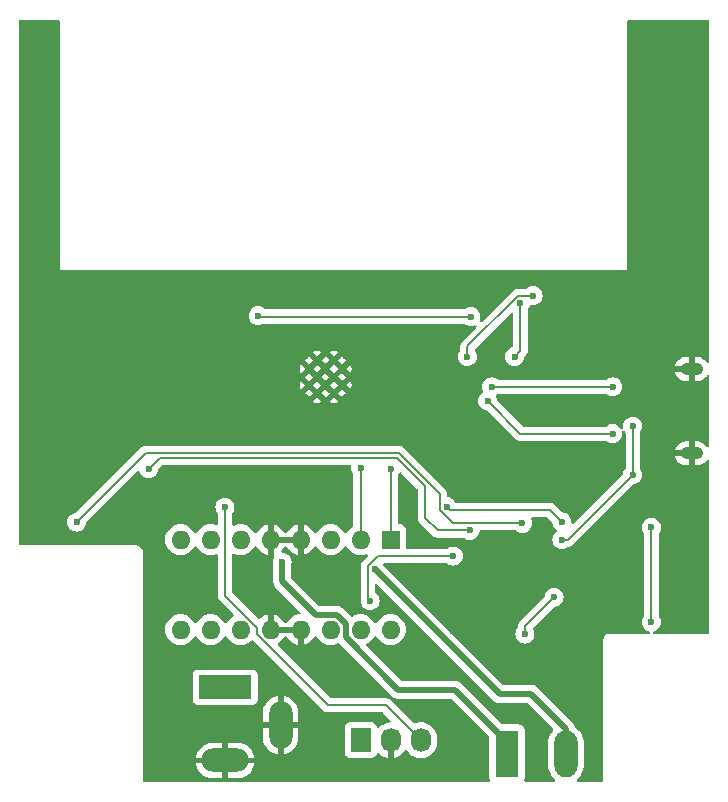
<source format=gbr>
%TF.GenerationSoftware,KiCad,Pcbnew,8.0.5-8.0.5-0~ubuntu24.04.1*%
%TF.CreationDate,2024-09-17T16:47:33-05:00*%
%TF.ProjectId,Airboat,41697262-6f61-4742-9e6b-696361645f70,rev?*%
%TF.SameCoordinates,Original*%
%TF.FileFunction,Copper,L2,Bot*%
%TF.FilePolarity,Positive*%
%FSLAX46Y46*%
G04 Gerber Fmt 4.6, Leading zero omitted, Abs format (unit mm)*
G04 Created by KiCad (PCBNEW 8.0.5-8.0.5-0~ubuntu24.04.1) date 2024-09-17 16:47:33*
%MOMM*%
%LPD*%
G01*
G04 APERTURE LIST*
%TA.AperFunction,ComponentPad*%
%ADD10R,1.730000X2.030000*%
%TD*%
%TA.AperFunction,ComponentPad*%
%ADD11O,1.730000X2.030000*%
%TD*%
%TA.AperFunction,ComponentPad*%
%ADD12R,1.600000X1.600000*%
%TD*%
%TA.AperFunction,ComponentPad*%
%ADD13O,1.600000X1.600000*%
%TD*%
%TA.AperFunction,ComponentPad*%
%ADD14O,1.900000X1.050000*%
%TD*%
%TA.AperFunction,HeatsinkPad*%
%ADD15C,0.600000*%
%TD*%
%TA.AperFunction,ComponentPad*%
%ADD16R,4.500000X2.000000*%
%TD*%
%TA.AperFunction,ComponentPad*%
%ADD17O,4.000000X2.000000*%
%TD*%
%TA.AperFunction,ComponentPad*%
%ADD18O,2.000000X4.000000*%
%TD*%
%TA.AperFunction,ComponentPad*%
%ADD19R,1.980000X3.960000*%
%TD*%
%TA.AperFunction,ComponentPad*%
%ADD20O,1.980000X3.960000*%
%TD*%
%TA.AperFunction,ViaPad*%
%ADD21C,0.600000*%
%TD*%
%TA.AperFunction,Conductor*%
%ADD22C,0.200000*%
%TD*%
%TA.AperFunction,Conductor*%
%ADD23C,0.500000*%
%TD*%
G04 APERTURE END LIST*
D10*
%TO.P,J1,1,Pin_1*%
%TO.N,+5V*%
X138125200Y-128270000D03*
D11*
%TO.P,J1,2,Pin_2*%
%TO.N,GND*%
X140665200Y-128270000D03*
%TO.P,J1,3,Pin_3*%
%TO.N,RUDDER_SIG*%
X143205200Y-128270000D03*
%TD*%
D12*
%TO.P,U5,1,EN1\u002C2*%
%TO.N,FAN_PWM*%
X140642546Y-111280379D03*
D13*
%TO.P,U5,2,1A*%
%TO.N,FAN_F*%
X138102546Y-111280379D03*
%TO.P,U5,3,1Y*%
%TO.N,FAN_POS*%
X135562546Y-111280379D03*
%TO.P,U5,4,GND*%
%TO.N,GND*%
X133022546Y-111280379D03*
%TO.P,U5,5,GND*%
X130482546Y-111280379D03*
%TO.P,U5,6,2Y*%
%TO.N,FAN_NEG*%
X127942546Y-111280379D03*
%TO.P,U5,7,2A*%
%TO.N,FAN_B*%
X125402546Y-111280379D03*
%TO.P,U5,8,VCC2*%
%TO.N,+BATT*%
X122862546Y-111280379D03*
%TO.P,U5,9,EN3\u002C4*%
%TO.N,unconnected-(U5-EN3\u002C4-Pad9)*%
X122862546Y-118900379D03*
%TO.P,U5,10,3A*%
%TO.N,unconnected-(U5-3A-Pad10)*%
X125402546Y-118900379D03*
%TO.P,U5,11,3Y*%
%TO.N,unconnected-(U5-3Y-Pad11)*%
X127942546Y-118900379D03*
%TO.P,U5,12,GND*%
%TO.N,GND*%
X130482546Y-118900379D03*
%TO.P,U5,13,GND*%
X133022546Y-118900379D03*
%TO.P,U5,14,4Y*%
%TO.N,unconnected-(U5-4Y-Pad14)*%
X135562546Y-118900379D03*
%TO.P,U5,15,4A*%
%TO.N,unconnected-(U5-4A-Pad15)*%
X138102546Y-118900379D03*
%TO.P,U5,16,VCC1*%
%TO.N,+BATT*%
X140642546Y-118900379D03*
%TD*%
D14*
%TO.P,J4,6,Shield*%
%TO.N,GND*%
X166142546Y-103980379D03*
X166142546Y-96830379D03*
%TD*%
D15*
%TO.P,U1,39,GND*%
%TO.N,GND*%
X133742546Y-96795379D03*
X133742546Y-98195379D03*
X134442546Y-96095379D03*
X134442546Y-97495379D03*
X134442546Y-98895379D03*
X135117546Y-96795379D03*
X135117546Y-98195379D03*
X135842546Y-96095379D03*
X135842546Y-97495379D03*
X135842546Y-98895379D03*
X136542546Y-96795379D03*
X136542546Y-98195379D03*
%TD*%
D16*
%TO.P,J2,1*%
%TO.N,+BATT*%
X126642546Y-123780379D03*
D17*
%TO.P,J2,2*%
%TO.N,GND*%
X126642546Y-129980379D03*
D18*
%TO.P,J2,3*%
X131342546Y-126980379D03*
%TD*%
D19*
%TO.P,J5,1,Pin_1*%
%TO.N,FAN_NEG*%
X150498800Y-129413000D03*
D20*
%TO.P,J5,2,Pin_2*%
%TO.N,FAN_POS*%
X155498800Y-129413000D03*
%TD*%
D21*
%TO.N,+BATT*%
X138912600Y-116459000D03*
X145948400Y-112674400D03*
%TO.N,RUDDER_SIG*%
X126619000Y-108534200D03*
%TO.N,GND*%
X149504400Y-121818400D03*
X149504400Y-120192800D03*
%TO.N,+V_MCU*%
X152019000Y-119278400D03*
X154482800Y-116154200D03*
%TO.N,GND*%
X157378400Y-120624600D03*
X113642546Y-92780379D03*
X165922632Y-116015410D03*
X157028939Y-99564375D03*
X165901643Y-112280492D03*
X123642546Y-99780379D03*
X155590222Y-113203435D03*
X157028939Y-101052906D03*
X130964204Y-105519772D03*
X145921237Y-119010942D03*
X113642546Y-100780379D03*
X144838212Y-115068057D03*
X157332363Y-107185169D03*
X124097360Y-93013539D03*
X129642546Y-89780379D03*
X159607582Y-115105222D03*
X158395763Y-116269744D03*
X158985406Y-112001468D03*
X142642546Y-89780379D03*
X148642546Y-96780379D03*
X121110601Y-96271221D03*
X119142546Y-96280379D03*
%TO.N,+V_MCU*%
X120158346Y-105277779D03*
X147361746Y-110510179D03*
%TO.N,IO0*%
X155142546Y-109780379D03*
X145393473Y-108498781D03*
X162728746Y-110256179D03*
X147142546Y-95780379D03*
X152709632Y-90636074D03*
X162728746Y-118257179D03*
%TO.N,EN*%
X147446773Y-92393778D03*
X129430469Y-92322903D03*
%TO.N,+VBUS*%
X161142546Y-105780379D03*
X155142546Y-111280379D03*
X161141161Y-101687483D03*
%TO.N,+5_USB*%
X151806746Y-109900579D03*
X114062346Y-109798979D03*
%TO.N,USB_DP*%
X159452146Y-98343579D03*
X149190546Y-98343579D03*
%TO.N,USB_DM*%
X159434939Y-102311646D03*
X148860346Y-99537379D03*
%TO.N,DTR*%
X151142546Y-95780379D03*
X151642546Y-91280379D03*
%TO.N,FAN_F*%
X138106346Y-105219003D03*
%TO.N,FAN_PWM*%
X140642546Y-105280379D03*
%TO.N,FAN_POS*%
X139309946Y-113786779D03*
%TO.N,FAN_NEG*%
X131461346Y-113202579D03*
%TD*%
D22*
%TO.N,+BATT*%
X138709946Y-116256346D02*
X138912600Y-116459000D01*
X145948400Y-112674400D02*
X139573796Y-112674400D01*
X138709946Y-113538250D02*
X138709946Y-116256346D01*
X139573796Y-112674400D02*
X138709946Y-113538250D01*
%TO.N,RUDDER_SIG*%
X126619000Y-108534200D02*
X126619000Y-116021198D01*
X126619000Y-116021198D02*
X129336800Y-118738998D01*
X129336800Y-118738998D02*
X129336800Y-119310268D01*
X129336800Y-119310268D02*
X135324732Y-125298200D01*
X135324732Y-125298200D02*
X140233400Y-125298200D01*
X140233400Y-125298200D02*
X143205200Y-128270000D01*
%TO.N,+V_MCU*%
X152019000Y-118618000D02*
X152019000Y-119278400D01*
X154482800Y-116154200D02*
X152019000Y-118618000D01*
D23*
%TO.N,FAN_POS*%
X139309946Y-113786779D02*
X149876346Y-124353179D01*
X149876346Y-124353179D02*
X152568746Y-124353179D01*
X152568746Y-124353179D02*
X155498800Y-127283233D01*
X155498800Y-127283233D02*
X155498800Y-129413000D01*
%TO.N,FAN_NEG*%
X150498800Y-129413000D02*
X150498800Y-128401633D01*
X134312546Y-117650379D02*
X131461346Y-114799179D01*
X150498800Y-128401633D02*
X146094746Y-123997579D01*
X136852546Y-119558979D02*
X136852546Y-118422612D01*
X146094746Y-123997579D02*
X141291146Y-123997579D01*
X141291146Y-123997579D02*
X136852546Y-119558979D01*
X136852546Y-118422612D02*
X136080313Y-117650379D01*
X136080313Y-117650379D02*
X134312546Y-117650379D01*
X131461346Y-114799179D02*
X131461346Y-113202579D01*
D22*
%TO.N,+V_MCU*%
X121086467Y-104349658D02*
X141150425Y-104349658D01*
X141150425Y-104349658D02*
X143551746Y-106750979D01*
X143548646Y-109433790D02*
X144625035Y-110510179D01*
X143551746Y-106903379D02*
X143548646Y-106906479D01*
X144625035Y-110510179D02*
X147361746Y-110510179D01*
X143551746Y-106750979D02*
X143551746Y-106903379D01*
X143548646Y-106906479D02*
X143548646Y-109433790D01*
X120158346Y-105277779D02*
X121086467Y-104349658D01*
%TO.N,IO0*%
X147142546Y-94931850D02*
X151438322Y-90636074D01*
X145675071Y-108780379D02*
X145393473Y-108498781D01*
X154142546Y-108780379D02*
X145675071Y-108780379D01*
X151438322Y-90636074D02*
X152709632Y-90636074D01*
X147142546Y-95780379D02*
X147142546Y-94931850D01*
X162728746Y-110256179D02*
X162728746Y-118257179D01*
X155142546Y-109780379D02*
X154142546Y-108780379D01*
%TO.N,EN*%
X147446773Y-92393778D02*
X129501344Y-92393778D01*
X129501344Y-92393778D02*
X129430469Y-92322903D01*
%TO.N,+VBUS*%
X161142546Y-105780379D02*
X155642546Y-111280379D01*
X161141161Y-101687483D02*
X161141161Y-105778994D01*
X155642546Y-111280379D02*
X155142546Y-111280379D01*
X161141161Y-105778994D02*
X161142546Y-105780379D01*
%TO.N,+5_USB*%
X114062346Y-109798979D02*
X119911667Y-103949658D01*
X145913946Y-109900579D02*
X151806746Y-109900579D01*
X144793473Y-107383106D02*
X144793473Y-108780106D01*
X141360025Y-103949658D02*
X144793473Y-107383106D01*
X144793473Y-108780106D02*
X145913946Y-109900579D01*
X119911667Y-103949658D02*
X141360025Y-103949658D01*
%TO.N,USB_DP*%
X149190546Y-98343579D02*
X159452146Y-98343579D01*
%TO.N,USB_DM*%
X148860346Y-99537379D02*
X151634613Y-102311646D01*
X151634613Y-102311646D02*
X159434939Y-102311646D01*
%TO.N,DTR*%
X151642546Y-95280379D02*
X151642546Y-91280379D01*
X151142546Y-95780379D02*
X151642546Y-95280379D01*
%TO.N,FAN_F*%
X138102546Y-105222803D02*
X138102546Y-111280379D01*
X138106346Y-105219003D02*
X138102546Y-105222803D01*
%TO.N,FAN_PWM*%
X140642546Y-105280379D02*
X140642546Y-111280379D01*
%TD*%
%TA.AperFunction,Conductor*%
%TO.N,GND*%
G36*
X112585585Y-67300564D02*
G01*
X112631340Y-67353368D01*
X112642546Y-67404879D01*
X112642546Y-88475379D01*
X160642546Y-88475379D01*
X160642546Y-67404879D01*
X160662231Y-67337840D01*
X160715035Y-67292085D01*
X160766546Y-67280879D01*
X167518046Y-67280879D01*
X167585085Y-67300564D01*
X167630840Y-67353368D01*
X167642046Y-67404879D01*
X167642046Y-96184755D01*
X167622361Y-96251794D01*
X167569557Y-96297549D01*
X167500399Y-96307493D01*
X167436843Y-96278468D01*
X167414944Y-96253646D01*
X167363716Y-96176979D01*
X167363713Y-96176975D01*
X167220949Y-96034211D01*
X167220945Y-96034208D01*
X167053072Y-95922038D01*
X167053059Y-95922031D01*
X166866529Y-95844769D01*
X166866520Y-95844766D01*
X166668504Y-95805379D01*
X166392546Y-95805379D01*
X166392546Y-96605379D01*
X165697791Y-96605379D01*
X165615094Y-96639633D01*
X165551800Y-96702927D01*
X165517546Y-96785624D01*
X165517546Y-96875134D01*
X165551800Y-96957831D01*
X165615094Y-97021125D01*
X165697791Y-97055379D01*
X166392546Y-97055379D01*
X166392546Y-97855379D01*
X166668501Y-97855379D01*
X166668504Y-97855378D01*
X166866520Y-97815991D01*
X166866529Y-97815988D01*
X167053059Y-97738726D01*
X167053072Y-97738719D01*
X167220945Y-97626549D01*
X167220949Y-97626546D01*
X167363713Y-97483782D01*
X167363719Y-97483774D01*
X167414944Y-97407112D01*
X167468556Y-97362306D01*
X167537881Y-97353599D01*
X167600908Y-97383753D01*
X167637628Y-97443196D01*
X167642046Y-97476002D01*
X167642046Y-103334755D01*
X167622361Y-103401794D01*
X167569557Y-103447549D01*
X167500399Y-103457493D01*
X167436843Y-103428468D01*
X167414944Y-103403646D01*
X167363716Y-103326979D01*
X167363713Y-103326975D01*
X167220949Y-103184211D01*
X167220945Y-103184208D01*
X167053072Y-103072038D01*
X167053059Y-103072031D01*
X166866529Y-102994769D01*
X166866520Y-102994766D01*
X166668504Y-102955379D01*
X166392546Y-102955379D01*
X166392546Y-103755379D01*
X165697791Y-103755379D01*
X165615094Y-103789633D01*
X165551800Y-103852927D01*
X165517546Y-103935624D01*
X165517546Y-104025134D01*
X165551800Y-104107831D01*
X165615094Y-104171125D01*
X165697791Y-104205379D01*
X166392546Y-104205379D01*
X166392546Y-105005379D01*
X166668501Y-105005379D01*
X166668504Y-105005378D01*
X166866520Y-104965991D01*
X166866529Y-104965988D01*
X167053059Y-104888726D01*
X167053072Y-104888719D01*
X167220945Y-104776549D01*
X167220949Y-104776546D01*
X167363713Y-104633782D01*
X167363719Y-104633774D01*
X167414944Y-104557112D01*
X167468556Y-104512306D01*
X167537881Y-104503599D01*
X167600908Y-104533753D01*
X167637628Y-104593196D01*
X167642046Y-104626002D01*
X167642046Y-119155879D01*
X167622361Y-119222918D01*
X167569557Y-119268673D01*
X167518046Y-119279879D01*
X162959559Y-119279879D01*
X162892520Y-119260194D01*
X162846765Y-119207390D01*
X162836821Y-119138232D01*
X162865846Y-119074676D01*
X162918604Y-119038838D01*
X163078265Y-118982969D01*
X163078264Y-118982969D01*
X163078268Y-118982968D01*
X163231008Y-118886995D01*
X163358562Y-118759441D01*
X163454535Y-118606701D01*
X163514114Y-118436434D01*
X163518120Y-118400879D01*
X163534311Y-118257182D01*
X163534311Y-118257175D01*
X163514115Y-118077929D01*
X163514114Y-118077924D01*
X163454534Y-117907655D01*
X163411810Y-117839661D01*
X163358562Y-117754917D01*
X163358560Y-117754915D01*
X163358559Y-117754913D01*
X163356296Y-117752075D01*
X163355405Y-117749894D01*
X163354857Y-117749021D01*
X163355010Y-117748924D01*
X163329890Y-117687388D01*
X163329246Y-117674766D01*
X163329246Y-110838591D01*
X163348931Y-110771552D01*
X163356301Y-110761276D01*
X163358556Y-110758446D01*
X163358562Y-110758441D01*
X163454535Y-110605701D01*
X163514114Y-110435434D01*
X163514444Y-110432506D01*
X163534311Y-110256182D01*
X163534311Y-110256175D01*
X163514115Y-110076929D01*
X163514114Y-110076924D01*
X163505967Y-110053640D01*
X163454535Y-109906657D01*
X163450713Y-109900575D01*
X163389093Y-109802507D01*
X163358562Y-109753917D01*
X163231008Y-109626363D01*
X163220442Y-109619724D01*
X163078269Y-109530390D01*
X162908000Y-109470810D01*
X162907995Y-109470809D01*
X162728750Y-109450614D01*
X162728742Y-109450614D01*
X162549496Y-109470809D01*
X162549491Y-109470810D01*
X162379222Y-109530390D01*
X162226483Y-109626363D01*
X162098930Y-109753916D01*
X162002957Y-109906655D01*
X161943377Y-110076924D01*
X161943376Y-110076929D01*
X161923181Y-110256175D01*
X161923181Y-110256182D01*
X161943376Y-110435428D01*
X161943377Y-110435433D01*
X162002957Y-110605702D01*
X162055567Y-110689429D01*
X162098921Y-110758427D01*
X162098931Y-110758442D01*
X162101191Y-110761276D01*
X162102080Y-110763454D01*
X162102635Y-110764337D01*
X162102480Y-110764434D01*
X162127601Y-110825962D01*
X162128246Y-110838591D01*
X162128246Y-117674766D01*
X162108561Y-117741805D01*
X162101196Y-117752075D01*
X162098932Y-117754913D01*
X162002957Y-117907655D01*
X161943377Y-118077924D01*
X161943376Y-118077929D01*
X161923181Y-118257175D01*
X161923181Y-118257182D01*
X161943376Y-118436428D01*
X161943377Y-118436433D01*
X162002957Y-118606702D01*
X162089132Y-118743847D01*
X162098930Y-118759441D01*
X162226484Y-118886995D01*
X162293142Y-118928879D01*
X162379226Y-118982969D01*
X162538888Y-119038838D01*
X162595664Y-119079559D01*
X162621411Y-119144512D01*
X162607955Y-119213074D01*
X162559567Y-119263476D01*
X162497933Y-119279879D01*
X159076654Y-119279879D01*
X158949358Y-119313987D01*
X158835232Y-119379879D01*
X158835229Y-119379881D01*
X158742048Y-119473062D01*
X158742046Y-119473065D01*
X158676154Y-119587191D01*
X158642046Y-119714487D01*
X158642046Y-131655879D01*
X158622361Y-131722918D01*
X158569557Y-131768673D01*
X158518046Y-131779879D01*
X156521113Y-131779879D01*
X156454074Y-131760194D01*
X156408319Y-131707390D01*
X156398375Y-131638232D01*
X156427400Y-131574676D01*
X156448228Y-131555561D01*
X156469789Y-131539895D01*
X156469787Y-131539895D01*
X156469796Y-131539890D01*
X156635690Y-131373996D01*
X156773590Y-131184192D01*
X156880101Y-130975153D01*
X156952599Y-130752026D01*
X156989300Y-130520305D01*
X156989300Y-128305695D01*
X156952599Y-128073974D01*
X156880101Y-127850847D01*
X156773590Y-127641808D01*
X156740185Y-127595830D01*
X156635695Y-127452010D01*
X156635691Y-127452005D01*
X156469794Y-127286108D01*
X156469789Y-127286104D01*
X156279995Y-127148212D01*
X156277445Y-127146649D01*
X156276678Y-127145802D01*
X156276051Y-127145346D01*
X156276146Y-127145214D01*
X156230568Y-127094838D01*
X156222296Y-127070131D01*
X156222227Y-127070153D01*
X156221486Y-127067711D01*
X156220614Y-127065108D01*
X156220458Y-127064320D01*
X156199065Y-127012673D01*
X156163887Y-126927744D01*
X156163880Y-126927731D01*
X156081752Y-126804818D01*
X156031283Y-126754349D01*
X155977216Y-126700282D01*
X155821129Y-126544195D01*
X153047167Y-123770231D01*
X153047160Y-123770225D01*
X152973475Y-123720991D01*
X152973475Y-123720992D01*
X152924237Y-123688092D01*
X152787663Y-123631522D01*
X152787653Y-123631519D01*
X152642666Y-123602679D01*
X152642664Y-123602679D01*
X150238575Y-123602679D01*
X150171536Y-123582994D01*
X150150894Y-123566360D01*
X145862930Y-119278396D01*
X151213435Y-119278396D01*
X151213435Y-119278403D01*
X151233630Y-119457649D01*
X151233631Y-119457654D01*
X151293211Y-119627923D01*
X151347603Y-119714487D01*
X151389184Y-119780662D01*
X151516738Y-119908216D01*
X151669478Y-120004189D01*
X151839745Y-120063768D01*
X151839750Y-120063769D01*
X152018996Y-120083965D01*
X152019000Y-120083965D01*
X152019004Y-120083965D01*
X152198249Y-120063769D01*
X152198252Y-120063768D01*
X152198255Y-120063768D01*
X152368522Y-120004189D01*
X152521262Y-119908216D01*
X152648816Y-119780662D01*
X152744789Y-119627922D01*
X152804368Y-119457655D01*
X152804369Y-119457649D01*
X152824565Y-119278403D01*
X152824565Y-119278396D01*
X152804369Y-119099150D01*
X152804366Y-119099137D01*
X152744790Y-118928879D01*
X152725073Y-118897499D01*
X152706073Y-118830262D01*
X152726441Y-118763427D01*
X152742381Y-118743852D01*
X154501335Y-116984898D01*
X154562656Y-116951415D01*
X154575111Y-116949363D01*
X154662055Y-116939568D01*
X154832322Y-116879989D01*
X154985062Y-116784016D01*
X155112616Y-116656462D01*
X155208589Y-116503722D01*
X155268168Y-116333455D01*
X155285764Y-116177285D01*
X155288365Y-116154203D01*
X155288365Y-116154196D01*
X155268169Y-115974950D01*
X155268168Y-115974945D01*
X155217163Y-115829182D01*
X155208589Y-115804678D01*
X155112616Y-115651938D01*
X154985062Y-115524384D01*
X154832323Y-115428411D01*
X154662054Y-115368831D01*
X154662049Y-115368830D01*
X154482804Y-115348635D01*
X154482796Y-115348635D01*
X154303550Y-115368830D01*
X154303545Y-115368831D01*
X154133276Y-115428411D01*
X153980537Y-115524384D01*
X153852984Y-115651937D01*
X153757010Y-115804678D01*
X153697430Y-115974950D01*
X153687637Y-116061868D01*
X153660570Y-116126282D01*
X153652098Y-116135665D01*
X151650286Y-118137478D01*
X151538481Y-118249282D01*
X151538479Y-118249284D01*
X151519265Y-118282565D01*
X151500272Y-118315463D01*
X151459423Y-118386215D01*
X151418499Y-118538943D01*
X151418499Y-118538945D01*
X151418499Y-118695989D01*
X151398814Y-118763028D01*
X151391445Y-118773303D01*
X151389184Y-118776137D01*
X151293211Y-118928876D01*
X151233631Y-119099145D01*
X151233630Y-119099150D01*
X151213435Y-119278396D01*
X145862930Y-119278396D01*
X140071115Y-113486581D01*
X140037630Y-113425258D01*
X140042614Y-113355566D01*
X140084486Y-113299633D01*
X140149950Y-113275216D01*
X140158796Y-113274900D01*
X145365988Y-113274900D01*
X145433027Y-113294585D01*
X145443303Y-113301955D01*
X145446136Y-113304214D01*
X145446138Y-113304216D01*
X145598878Y-113400189D01*
X145766107Y-113458705D01*
X145769145Y-113459768D01*
X145769150Y-113459769D01*
X145948396Y-113479965D01*
X145948400Y-113479965D01*
X145948404Y-113479965D01*
X146127649Y-113459769D01*
X146127652Y-113459768D01*
X146127655Y-113459768D01*
X146297922Y-113400189D01*
X146450662Y-113304216D01*
X146578216Y-113176662D01*
X146674189Y-113023922D01*
X146733768Y-112853655D01*
X146733769Y-112853649D01*
X146753965Y-112674403D01*
X146753965Y-112674396D01*
X146733769Y-112495150D01*
X146733768Y-112495145D01*
X146687078Y-112361714D01*
X146674189Y-112324878D01*
X146578216Y-112172138D01*
X146450662Y-112044584D01*
X146297923Y-111948611D01*
X146127654Y-111889031D01*
X146127649Y-111889030D01*
X145948404Y-111868835D01*
X145948396Y-111868835D01*
X145769150Y-111889030D01*
X145769145Y-111889031D01*
X145598876Y-111948611D01*
X145446136Y-112044585D01*
X145443303Y-112046845D01*
X145441124Y-112047734D01*
X145440242Y-112048289D01*
X145440144Y-112048134D01*
X145378617Y-112073255D01*
X145365988Y-112073900D01*
X142067046Y-112073900D01*
X142000007Y-112054215D01*
X141954252Y-112001411D01*
X141943046Y-111949900D01*
X141943045Y-110432508D01*
X141943044Y-110432502D01*
X141942645Y-110428794D01*
X141936637Y-110372896D01*
X141909911Y-110301241D01*
X141886343Y-110238050D01*
X141886339Y-110238043D01*
X141800093Y-110122834D01*
X141800090Y-110122831D01*
X141684881Y-110036585D01*
X141684874Y-110036581D01*
X141550028Y-109986287D01*
X141550029Y-109986287D01*
X141490429Y-109979880D01*
X141490427Y-109979879D01*
X141490419Y-109979879D01*
X141490411Y-109979879D01*
X141367046Y-109979879D01*
X141300007Y-109960194D01*
X141254252Y-109907390D01*
X141243046Y-109855879D01*
X141243046Y-105862791D01*
X141262731Y-105795752D01*
X141270101Y-105785476D01*
X141272356Y-105782646D01*
X141272362Y-105782641D01*
X141367840Y-105630687D01*
X141420172Y-105584399D01*
X141489226Y-105573750D01*
X141553074Y-105602125D01*
X141560513Y-105608981D01*
X142911827Y-106960295D01*
X142945312Y-107021618D01*
X142948146Y-107047976D01*
X142948146Y-109347120D01*
X142948145Y-109347138D01*
X142948145Y-109512844D01*
X142948144Y-109512844D01*
X142989069Y-109665575D01*
X143018004Y-109715690D01*
X143018005Y-109715694D01*
X143018006Y-109715694D01*
X143066091Y-109798982D01*
X143068125Y-109802504D01*
X143068127Y-109802507D01*
X143186995Y-109921375D01*
X143187001Y-109921380D01*
X144140174Y-110874553D01*
X144140184Y-110874564D01*
X144144514Y-110878894D01*
X144144515Y-110878895D01*
X144256319Y-110990699D01*
X144343130Y-111040818D01*
X144343132Y-111040820D01*
X144365427Y-111053692D01*
X144393250Y-111069756D01*
X144545978Y-111110680D01*
X144545981Y-111110680D01*
X144711688Y-111110680D01*
X144711704Y-111110679D01*
X146779334Y-111110679D01*
X146846373Y-111130364D01*
X146856649Y-111137734D01*
X146859482Y-111139993D01*
X146859484Y-111139995D01*
X147012224Y-111235968D01*
X147139146Y-111280380D01*
X147182491Y-111295547D01*
X147182496Y-111295548D01*
X147361742Y-111315744D01*
X147361746Y-111315744D01*
X147361750Y-111315744D01*
X147540995Y-111295548D01*
X147540998Y-111295547D01*
X147541001Y-111295547D01*
X147711268Y-111235968D01*
X147864008Y-111139995D01*
X147991562Y-111012441D01*
X148087535Y-110859701D01*
X148147114Y-110689434D01*
X148147407Y-110686836D01*
X148155930Y-110611195D01*
X148182997Y-110546781D01*
X148240591Y-110507226D01*
X148279150Y-110501079D01*
X151224334Y-110501079D01*
X151291373Y-110520764D01*
X151301649Y-110528134D01*
X151304482Y-110530393D01*
X151304484Y-110530395D01*
X151457224Y-110626368D01*
X151626654Y-110685654D01*
X151627491Y-110685947D01*
X151627496Y-110685948D01*
X151806742Y-110706144D01*
X151806746Y-110706144D01*
X151806750Y-110706144D01*
X151985995Y-110685948D01*
X151985998Y-110685947D01*
X151986001Y-110685947D01*
X152156268Y-110626368D01*
X152309008Y-110530395D01*
X152436562Y-110402841D01*
X152532535Y-110250101D01*
X152592114Y-110079834D01*
X152592115Y-110079828D01*
X152612311Y-109900582D01*
X152612311Y-109900575D01*
X152592115Y-109721329D01*
X152592112Y-109721316D01*
X152530708Y-109545834D01*
X152527146Y-109476055D01*
X152561874Y-109415428D01*
X152623868Y-109383200D01*
X152647749Y-109380879D01*
X153842449Y-109380879D01*
X153909488Y-109400564D01*
X153930130Y-109417198D01*
X154311844Y-109798912D01*
X154345329Y-109860235D01*
X154347383Y-109872709D01*
X154357176Y-109959628D01*
X154416756Y-110129900D01*
X154492284Y-110250101D01*
X154512730Y-110282641D01*
X154640284Y-110410195D01*
X154664459Y-110425385D01*
X154710750Y-110477720D01*
X154721398Y-110546774D01*
X154693023Y-110610622D01*
X154664459Y-110635373D01*
X154640283Y-110650563D01*
X154512730Y-110778116D01*
X154416757Y-110930855D01*
X154357177Y-111101124D01*
X154357176Y-111101129D01*
X154336981Y-111280375D01*
X154336981Y-111280382D01*
X154357176Y-111459628D01*
X154357177Y-111459633D01*
X154416757Y-111629902D01*
X154510995Y-111779879D01*
X154512730Y-111782641D01*
X154640284Y-111910195D01*
X154793024Y-112006168D01*
X154963291Y-112065747D01*
X154963296Y-112065748D01*
X155142542Y-112085944D01*
X155142546Y-112085944D01*
X155142550Y-112085944D01*
X155321795Y-112065748D01*
X155321798Y-112065747D01*
X155321801Y-112065747D01*
X155492068Y-112006168D01*
X155644808Y-111910195D01*
X155644812Y-111910190D01*
X155647643Y-111907934D01*
X155649821Y-111907044D01*
X155650704Y-111906490D01*
X155650801Y-111906644D01*
X155712330Y-111881525D01*
X155719473Y-111881160D01*
X155721600Y-111880880D01*
X155721603Y-111880880D01*
X155874331Y-111839956D01*
X155924450Y-111811018D01*
X156011262Y-111760899D01*
X156123066Y-111649095D01*
X156123066Y-111649093D01*
X156133274Y-111638886D01*
X156133275Y-111638883D01*
X161161082Y-106611077D01*
X161222403Y-106577594D01*
X161234856Y-106575542D01*
X161321801Y-106565747D01*
X161492068Y-106506168D01*
X161644808Y-106410195D01*
X161772362Y-106282641D01*
X161868335Y-106129901D01*
X161927914Y-105959634D01*
X161927915Y-105959628D01*
X161948111Y-105780382D01*
X161948111Y-105780375D01*
X161927915Y-105601129D01*
X161927914Y-105601124D01*
X161883642Y-105474603D01*
X161868335Y-105430857D01*
X161772362Y-105278117D01*
X161772357Y-105278112D01*
X161768714Y-105273543D01*
X161742306Y-105208857D01*
X161741661Y-105196230D01*
X161741661Y-104230379D01*
X164722193Y-104230379D01*
X164731933Y-104279353D01*
X164731936Y-104279362D01*
X164809198Y-104465892D01*
X164809205Y-104465905D01*
X164921375Y-104633778D01*
X164921378Y-104633782D01*
X165064142Y-104776546D01*
X165064146Y-104776549D01*
X165232019Y-104888719D01*
X165232032Y-104888726D01*
X165418562Y-104965988D01*
X165418571Y-104965991D01*
X165616587Y-105005378D01*
X165616591Y-105005379D01*
X165892546Y-105005379D01*
X165892546Y-104230379D01*
X164722193Y-104230379D01*
X161741661Y-104230379D01*
X161741661Y-103730379D01*
X164722193Y-103730379D01*
X165892546Y-103730379D01*
X165892546Y-102955379D01*
X165616587Y-102955379D01*
X165418571Y-102994766D01*
X165418562Y-102994769D01*
X165232032Y-103072031D01*
X165232019Y-103072038D01*
X165064146Y-103184208D01*
X165064142Y-103184211D01*
X164921378Y-103326975D01*
X164921375Y-103326979D01*
X164809205Y-103494852D01*
X164809198Y-103494865D01*
X164731936Y-103681395D01*
X164731933Y-103681404D01*
X164722193Y-103730379D01*
X161741661Y-103730379D01*
X161741661Y-102269895D01*
X161761346Y-102202856D01*
X161768716Y-102192580D01*
X161770971Y-102189750D01*
X161770977Y-102189745D01*
X161866950Y-102037005D01*
X161926529Y-101866738D01*
X161931640Y-101821377D01*
X161946726Y-101687486D01*
X161946726Y-101687479D01*
X161926530Y-101508233D01*
X161926529Y-101508228D01*
X161866949Y-101337959D01*
X161770976Y-101185220D01*
X161643423Y-101057667D01*
X161490684Y-100961694D01*
X161320415Y-100902114D01*
X161320410Y-100902113D01*
X161141165Y-100881918D01*
X161141157Y-100881918D01*
X160961911Y-100902113D01*
X160961906Y-100902114D01*
X160791637Y-100961694D01*
X160638898Y-101057667D01*
X160511345Y-101185220D01*
X160415372Y-101337959D01*
X160355792Y-101508228D01*
X160355791Y-101508233D01*
X160335596Y-101687479D01*
X160335596Y-101687487D01*
X160350681Y-101821377D01*
X160338626Y-101890199D01*
X160291277Y-101941578D01*
X160223666Y-101959202D01*
X160157261Y-101937475D01*
X160122467Y-101901232D01*
X160100789Y-101866732D01*
X160064755Y-101809384D01*
X159937201Y-101681830D01*
X159926056Y-101674827D01*
X159784462Y-101585857D01*
X159614193Y-101526277D01*
X159614188Y-101526276D01*
X159434943Y-101506081D01*
X159434935Y-101506081D01*
X159255689Y-101526276D01*
X159255684Y-101526277D01*
X159085415Y-101585857D01*
X158932675Y-101681831D01*
X158929842Y-101684091D01*
X158927663Y-101684980D01*
X158926781Y-101685535D01*
X158926683Y-101685380D01*
X158865156Y-101710501D01*
X158852527Y-101711146D01*
X151934710Y-101711146D01*
X151867671Y-101691461D01*
X151847029Y-101674827D01*
X149691046Y-99518844D01*
X149657561Y-99457521D01*
X149655509Y-99445065D01*
X149645714Y-99358124D01*
X149586135Y-99187857D01*
X149586134Y-99187855D01*
X149585689Y-99187146D01*
X149585540Y-99186620D01*
X149583115Y-99181584D01*
X149583997Y-99181159D01*
X149566690Y-99119909D01*
X149587059Y-99053074D01*
X149624710Y-99016183D01*
X149692808Y-98973395D01*
X149692813Y-98973389D01*
X149695643Y-98971134D01*
X149697821Y-98970244D01*
X149698704Y-98969690D01*
X149698801Y-98969844D01*
X149760329Y-98944724D01*
X149772958Y-98944079D01*
X158869734Y-98944079D01*
X158936773Y-98963764D01*
X158947049Y-98971134D01*
X158949882Y-98973393D01*
X158949884Y-98973395D01*
X159048112Y-99035116D01*
X159100884Y-99068275D01*
X159102624Y-99069368D01*
X159247062Y-99119909D01*
X159272891Y-99128947D01*
X159272896Y-99128948D01*
X159452142Y-99149144D01*
X159452146Y-99149144D01*
X159452150Y-99149144D01*
X159631395Y-99128948D01*
X159631398Y-99128947D01*
X159631401Y-99128947D01*
X159801668Y-99069368D01*
X159954408Y-98973395D01*
X160081962Y-98845841D01*
X160177935Y-98693101D01*
X160237514Y-98522834D01*
X160257711Y-98343579D01*
X160252280Y-98295379D01*
X160237515Y-98164329D01*
X160237514Y-98164324D01*
X160177934Y-97994055D01*
X160094601Y-97861432D01*
X160081962Y-97841317D01*
X159954408Y-97713763D01*
X159801669Y-97617790D01*
X159631400Y-97558210D01*
X159631395Y-97558209D01*
X159452150Y-97538014D01*
X159452142Y-97538014D01*
X159272896Y-97558209D01*
X159272891Y-97558210D01*
X159102622Y-97617790D01*
X158949882Y-97713764D01*
X158947049Y-97716024D01*
X158944870Y-97716913D01*
X158943988Y-97717468D01*
X158943890Y-97717313D01*
X158882363Y-97742434D01*
X158869734Y-97743079D01*
X149772958Y-97743079D01*
X149705919Y-97723394D01*
X149695643Y-97716024D01*
X149692809Y-97713764D01*
X149692808Y-97713763D01*
X149636042Y-97678094D01*
X149540069Y-97617790D01*
X149369800Y-97558210D01*
X149369795Y-97558209D01*
X149190550Y-97538014D01*
X149190542Y-97538014D01*
X149011296Y-97558209D01*
X149011291Y-97558210D01*
X148841022Y-97617790D01*
X148688283Y-97713763D01*
X148560730Y-97841316D01*
X148464757Y-97994055D01*
X148405177Y-98164324D01*
X148405176Y-98164329D01*
X148384981Y-98343575D01*
X148384981Y-98343582D01*
X148405176Y-98522828D01*
X148405177Y-98522833D01*
X148464757Y-98693103D01*
X148465205Y-98693815D01*
X148465354Y-98694343D01*
X148467777Y-98699374D01*
X148466895Y-98699798D01*
X148484200Y-98761053D01*
X148463829Y-98827887D01*
X148426180Y-98864774D01*
X148358086Y-98907561D01*
X148358083Y-98907563D01*
X148230530Y-99035116D01*
X148134557Y-99187855D01*
X148074977Y-99358124D01*
X148074976Y-99358129D01*
X148054781Y-99537375D01*
X148054781Y-99537382D01*
X148074976Y-99716628D01*
X148074977Y-99716633D01*
X148134557Y-99886902D01*
X148230530Y-100039641D01*
X148358084Y-100167195D01*
X148510824Y-100263168D01*
X148681091Y-100322747D01*
X148768015Y-100332540D01*
X148832426Y-100359605D01*
X148841811Y-100368079D01*
X151149752Y-102676020D01*
X151149762Y-102676031D01*
X151154092Y-102680361D01*
X151154093Y-102680362D01*
X151265897Y-102792166D01*
X151352708Y-102842285D01*
X151352710Y-102842287D01*
X151390764Y-102864257D01*
X151402828Y-102871223D01*
X151555556Y-102912147D01*
X151555559Y-102912147D01*
X151721266Y-102912147D01*
X151721282Y-102912146D01*
X158852527Y-102912146D01*
X158919566Y-102931831D01*
X158929842Y-102939201D01*
X158932675Y-102941460D01*
X158932677Y-102941462D01*
X159085417Y-103037435D01*
X159184287Y-103072031D01*
X159255684Y-103097014D01*
X159255689Y-103097015D01*
X159434935Y-103117211D01*
X159434939Y-103117211D01*
X159434943Y-103117211D01*
X159614188Y-103097015D01*
X159614191Y-103097014D01*
X159614194Y-103097014D01*
X159784461Y-103037435D01*
X159937201Y-102941462D01*
X160064755Y-102813908D01*
X160160728Y-102661168D01*
X160220307Y-102490901D01*
X160240504Y-102311646D01*
X160228246Y-102202856D01*
X160225418Y-102177752D01*
X160237472Y-102108930D01*
X160284821Y-102057550D01*
X160352432Y-102039926D01*
X160418838Y-102061652D01*
X160453631Y-102097895D01*
X160475307Y-102132391D01*
X160511345Y-102189745D01*
X160511346Y-102189746D01*
X160513606Y-102192580D01*
X160514496Y-102194759D01*
X160515049Y-102195640D01*
X160514894Y-102195736D01*
X160540016Y-102257266D01*
X160540661Y-102269895D01*
X160540661Y-105199703D01*
X160520976Y-105266742D01*
X160513610Y-105277013D01*
X160512732Y-105278113D01*
X160416756Y-105430857D01*
X160357176Y-105601129D01*
X160347383Y-105688046D01*
X160320316Y-105752460D01*
X160311844Y-105761843D01*
X156154856Y-109918832D01*
X156093533Y-109952317D01*
X156023841Y-109947333D01*
X155967908Y-109905461D01*
X155943491Y-109839997D01*
X155943955Y-109817267D01*
X155948111Y-109780381D01*
X155948111Y-109780375D01*
X155927915Y-109601129D01*
X155927914Y-109601124D01*
X155903163Y-109530390D01*
X155868335Y-109430857D01*
X155859752Y-109417198D01*
X155815731Y-109347138D01*
X155772362Y-109278117D01*
X155644808Y-109150563D01*
X155642037Y-109148822D01*
X155492067Y-109054589D01*
X155321795Y-108995009D01*
X155234876Y-108985216D01*
X155170462Y-108958149D01*
X155161079Y-108949677D01*
X154630136Y-108418734D01*
X154630134Y-108418731D01*
X154511263Y-108299860D01*
X154511262Y-108299859D01*
X154424450Y-108249739D01*
X154424450Y-108249738D01*
X154424446Y-108249737D01*
X154374331Y-108220802D01*
X154221603Y-108179878D01*
X154063489Y-108179878D01*
X154055893Y-108179878D01*
X154055877Y-108179879D01*
X146207034Y-108179879D01*
X146139995Y-108160194D01*
X146102040Y-108121851D01*
X146045543Y-108031937D01*
X146023289Y-107996519D01*
X145895735Y-107868965D01*
X145799364Y-107808411D01*
X145742994Y-107772991D01*
X145572722Y-107713411D01*
X145504089Y-107705678D01*
X145439675Y-107678611D01*
X145400120Y-107621016D01*
X145393973Y-107582458D01*
X145393973Y-107472166D01*
X145393974Y-107472153D01*
X145393974Y-107304050D01*
X145353049Y-107151320D01*
X145353046Y-107151315D01*
X145273997Y-107014396D01*
X145273991Y-107014388D01*
X141847615Y-103588013D01*
X141847613Y-103588010D01*
X141728742Y-103469139D01*
X141728741Y-103469138D01*
X141641929Y-103419018D01*
X141641929Y-103419017D01*
X141641925Y-103419016D01*
X141591810Y-103390081D01*
X141439082Y-103349157D01*
X141280968Y-103349157D01*
X141273372Y-103349157D01*
X141273356Y-103349158D01*
X119990724Y-103349158D01*
X119832610Y-103349158D01*
X119679882Y-103390081D01*
X119679881Y-103390081D01*
X119679879Y-103390082D01*
X119679876Y-103390083D01*
X119629763Y-103419017D01*
X119629762Y-103419018D01*
X119613394Y-103428468D01*
X119542952Y-103469137D01*
X119542949Y-103469139D01*
X119431145Y-103580944D01*
X114043811Y-108968277D01*
X113982488Y-109001762D01*
X113970014Y-109003816D01*
X113883096Y-109013609D01*
X113712824Y-109073189D01*
X113560083Y-109169163D01*
X113432530Y-109296716D01*
X113336557Y-109449455D01*
X113276977Y-109619724D01*
X113276976Y-109619729D01*
X113256781Y-109798975D01*
X113256781Y-109798982D01*
X113276976Y-109978228D01*
X113276977Y-109978233D01*
X113336557Y-110148502D01*
X113419392Y-110280332D01*
X113432530Y-110301241D01*
X113560084Y-110428795D01*
X113629680Y-110472525D01*
X113706451Y-110520764D01*
X113712824Y-110524768D01*
X113883091Y-110584347D01*
X113883096Y-110584348D01*
X114062342Y-110604544D01*
X114062346Y-110604544D01*
X114062350Y-110604544D01*
X114241595Y-110584348D01*
X114241598Y-110584347D01*
X114241601Y-110584347D01*
X114411868Y-110524768D01*
X114564608Y-110428795D01*
X114692162Y-110301241D01*
X114788135Y-110148501D01*
X114847714Y-109978234D01*
X114857507Y-109891308D01*
X114884572Y-109826897D01*
X114893036Y-109817522D01*
X119202472Y-105508086D01*
X119263793Y-105474603D01*
X119333485Y-105479587D01*
X119389418Y-105521459D01*
X119407193Y-105554815D01*
X119432556Y-105627300D01*
X119495303Y-105727161D01*
X119528530Y-105780041D01*
X119656084Y-105907595D01*
X119808824Y-106003568D01*
X119979091Y-106063147D01*
X119979096Y-106063148D01*
X120158342Y-106083344D01*
X120158346Y-106083344D01*
X120158350Y-106083344D01*
X120337595Y-106063148D01*
X120337598Y-106063147D01*
X120337601Y-106063147D01*
X120507868Y-106003568D01*
X120660608Y-105907595D01*
X120788162Y-105780041D01*
X120884135Y-105627301D01*
X120943714Y-105457034D01*
X120953507Y-105370108D01*
X120980572Y-105305697D01*
X120989026Y-105296332D01*
X121298884Y-104986474D01*
X121360206Y-104952992D01*
X121386564Y-104950158D01*
X137192316Y-104950158D01*
X137259355Y-104969843D01*
X137305110Y-105022647D01*
X137315536Y-105088041D01*
X137300781Y-105218999D01*
X137300781Y-105219006D01*
X137320976Y-105398252D01*
X137320977Y-105398257D01*
X137380557Y-105568526D01*
X137480235Y-105727161D01*
X137478604Y-105728185D01*
X137501401Y-105784018D01*
X137502046Y-105796650D01*
X137502046Y-110048685D01*
X137482361Y-110115724D01*
X137449169Y-110150260D01*
X137263405Y-110280332D01*
X137102500Y-110441237D01*
X136971978Y-110627644D01*
X136971977Y-110627646D01*
X136944928Y-110685654D01*
X136898755Y-110738093D01*
X136831562Y-110757245D01*
X136764681Y-110737029D01*
X136720164Y-110685654D01*
X136703801Y-110650563D01*
X136693114Y-110627645D01*
X136562593Y-110441240D01*
X136562591Y-110441237D01*
X136401687Y-110280333D01*
X136215280Y-110149811D01*
X136215278Y-110149810D01*
X136009043Y-110053640D01*
X136009034Y-110053637D01*
X135789243Y-109994745D01*
X135789239Y-109994744D01*
X135789238Y-109994744D01*
X135789237Y-109994743D01*
X135789232Y-109994743D01*
X135562548Y-109974911D01*
X135562544Y-109974911D01*
X135335859Y-109994743D01*
X135335848Y-109994745D01*
X135116057Y-110053637D01*
X135116048Y-110053640D01*
X134909813Y-110149810D01*
X134909811Y-110149811D01*
X134723404Y-110280333D01*
X134562500Y-110441237D01*
X134432872Y-110626368D01*
X134431978Y-110627645D01*
X134431861Y-110627897D01*
X134404652Y-110686246D01*
X134358479Y-110738685D01*
X134291285Y-110757836D01*
X134224404Y-110737620D01*
X134179888Y-110686244D01*
X134152681Y-110627899D01*
X134152680Y-110627897D01*
X134022203Y-110441558D01*
X133861366Y-110280721D01*
X133675028Y-110150244D01*
X133468874Y-110054113D01*
X133272546Y-110001506D01*
X133272546Y-110964693D01*
X133268152Y-110960299D01*
X133176940Y-110907638D01*
X133075207Y-110880379D01*
X132969885Y-110880379D01*
X132868152Y-110907638D01*
X132776940Y-110960299D01*
X132772546Y-110964693D01*
X132772546Y-110001506D01*
X132576217Y-110054113D01*
X132370063Y-110150244D01*
X132183725Y-110280721D01*
X132022888Y-110441558D01*
X131892411Y-110627896D01*
X131864928Y-110686836D01*
X131818756Y-110739275D01*
X131751562Y-110758427D01*
X131684681Y-110738211D01*
X131640164Y-110686836D01*
X131612680Y-110627896D01*
X131482203Y-110441558D01*
X131321366Y-110280721D01*
X131135028Y-110150244D01*
X130928874Y-110054113D01*
X130732546Y-110001506D01*
X130732546Y-110964693D01*
X130728152Y-110960299D01*
X130636940Y-110907638D01*
X130535207Y-110880379D01*
X130429885Y-110880379D01*
X130328152Y-110907638D01*
X130236940Y-110960299D01*
X130232546Y-110964693D01*
X130232546Y-110001506D01*
X130036217Y-110054113D01*
X129830063Y-110150244D01*
X129643725Y-110280721D01*
X129482888Y-110441558D01*
X129352413Y-110627894D01*
X129325203Y-110686246D01*
X129279030Y-110738685D01*
X129211836Y-110757836D01*
X129144955Y-110737620D01*
X129100439Y-110686244D01*
X129076717Y-110635373D01*
X129073114Y-110627645D01*
X128942593Y-110441240D01*
X128942591Y-110441237D01*
X128781687Y-110280333D01*
X128595280Y-110149811D01*
X128595278Y-110149810D01*
X128389043Y-110053640D01*
X128389034Y-110053637D01*
X128169243Y-109994745D01*
X128169239Y-109994744D01*
X128169238Y-109994744D01*
X128169237Y-109994743D01*
X128169232Y-109994743D01*
X127942548Y-109974911D01*
X127942544Y-109974911D01*
X127715859Y-109994743D01*
X127715848Y-109994745D01*
X127496057Y-110053637D01*
X127496043Y-110053642D01*
X127395904Y-110100338D01*
X127326827Y-110110830D01*
X127263043Y-110082310D01*
X127224804Y-110023833D01*
X127219500Y-109987956D01*
X127219500Y-109116612D01*
X127239185Y-109049573D01*
X127246555Y-109039297D01*
X127248810Y-109036467D01*
X127248816Y-109036462D01*
X127344789Y-108883722D01*
X127404368Y-108713455D01*
X127405766Y-108701049D01*
X127424565Y-108534203D01*
X127424565Y-108534196D01*
X127404369Y-108354950D01*
X127404368Y-108354945D01*
X127385093Y-108299860D01*
X127344789Y-108184678D01*
X127248816Y-108031938D01*
X127121262Y-107904384D01*
X127064893Y-107868965D01*
X126968523Y-107808411D01*
X126798254Y-107748831D01*
X126798249Y-107748830D01*
X126619004Y-107728635D01*
X126618996Y-107728635D01*
X126439750Y-107748830D01*
X126439745Y-107748831D01*
X126269476Y-107808411D01*
X126116737Y-107904384D01*
X125989184Y-108031937D01*
X125893211Y-108184676D01*
X125833631Y-108354945D01*
X125833630Y-108354950D01*
X125813435Y-108534196D01*
X125813435Y-108534203D01*
X125833630Y-108713449D01*
X125833631Y-108713454D01*
X125893211Y-108883723D01*
X125946340Y-108968277D01*
X125974824Y-109013609D01*
X125989185Y-109036463D01*
X125991445Y-109039297D01*
X125992334Y-109041475D01*
X125992889Y-109042358D01*
X125992734Y-109042455D01*
X126017855Y-109103983D01*
X126018500Y-109116612D01*
X126018500Y-109938227D01*
X125998815Y-110005266D01*
X125946011Y-110051021D01*
X125876853Y-110060965D01*
X125852088Y-110054748D01*
X125849045Y-110053640D01*
X125629243Y-109994745D01*
X125629239Y-109994744D01*
X125629238Y-109994744D01*
X125629237Y-109994743D01*
X125629232Y-109994743D01*
X125402548Y-109974911D01*
X125402544Y-109974911D01*
X125175859Y-109994743D01*
X125175848Y-109994745D01*
X124956057Y-110053637D01*
X124956048Y-110053640D01*
X124749813Y-110149810D01*
X124749811Y-110149811D01*
X124563404Y-110280333D01*
X124402500Y-110441237D01*
X124271978Y-110627644D01*
X124271977Y-110627646D01*
X124244928Y-110685654D01*
X124198755Y-110738093D01*
X124131562Y-110757245D01*
X124064681Y-110737029D01*
X124020164Y-110685654D01*
X124003801Y-110650563D01*
X123993114Y-110627645D01*
X123862593Y-110441240D01*
X123862591Y-110441237D01*
X123701687Y-110280333D01*
X123515280Y-110149811D01*
X123515278Y-110149810D01*
X123309043Y-110053640D01*
X123309034Y-110053637D01*
X123089243Y-109994745D01*
X123089239Y-109994744D01*
X123089238Y-109994744D01*
X123089237Y-109994743D01*
X123089232Y-109994743D01*
X122862548Y-109974911D01*
X122862544Y-109974911D01*
X122635859Y-109994743D01*
X122635848Y-109994745D01*
X122416057Y-110053637D01*
X122416048Y-110053640D01*
X122209813Y-110149810D01*
X122209811Y-110149811D01*
X122023404Y-110280333D01*
X121862500Y-110441237D01*
X121731978Y-110627644D01*
X121731977Y-110627646D01*
X121635807Y-110833881D01*
X121635804Y-110833890D01*
X121576912Y-111053681D01*
X121576910Y-111053692D01*
X121557078Y-111280377D01*
X121557078Y-111280380D01*
X121576910Y-111507065D01*
X121576912Y-111507076D01*
X121635804Y-111726867D01*
X121635807Y-111726876D01*
X121731977Y-111933111D01*
X121731978Y-111933113D01*
X121862500Y-112119520D01*
X122023404Y-112280424D01*
X122023407Y-112280426D01*
X122209812Y-112410947D01*
X122416050Y-112507118D01*
X122635854Y-112566014D01*
X122797776Y-112580180D01*
X122862544Y-112585847D01*
X122862546Y-112585847D01*
X122862548Y-112585847D01*
X122919219Y-112580888D01*
X123089238Y-112566014D01*
X123309042Y-112507118D01*
X123515280Y-112410947D01*
X123701685Y-112280426D01*
X123862593Y-112119518D01*
X123993114Y-111933113D01*
X124020164Y-111875103D01*
X124066336Y-111822664D01*
X124133529Y-111803512D01*
X124200411Y-111823727D01*
X124244927Y-111875103D01*
X124247621Y-111880880D01*
X124271975Y-111933107D01*
X124271978Y-111933113D01*
X124402500Y-112119520D01*
X124563404Y-112280424D01*
X124563407Y-112280426D01*
X124749812Y-112410947D01*
X124956050Y-112507118D01*
X125175854Y-112566014D01*
X125337776Y-112580180D01*
X125402544Y-112585847D01*
X125402546Y-112585847D01*
X125402548Y-112585847D01*
X125459219Y-112580888D01*
X125629238Y-112566014D01*
X125849042Y-112507118D01*
X125849047Y-112507115D01*
X125852076Y-112506013D01*
X125853507Y-112505921D01*
X125854272Y-112505717D01*
X125854313Y-112505870D01*
X125921804Y-112501573D01*
X125982864Y-112535537D01*
X126015868Y-112597119D01*
X126018500Y-112622530D01*
X126018500Y-115934528D01*
X126018499Y-115934546D01*
X126018499Y-116100252D01*
X126018498Y-116100252D01*
X126059423Y-116252984D01*
X126059424Y-116252985D01*
X126074874Y-116279745D01*
X126137936Y-116388972D01*
X126138481Y-116389915D01*
X126257349Y-116508783D01*
X126257355Y-116508788D01*
X127320468Y-117571902D01*
X127353953Y-117633225D01*
X127348969Y-117702917D01*
X127307097Y-117758850D01*
X127294203Y-117766574D01*
X127294507Y-117767100D01*
X127289814Y-117769809D01*
X127103404Y-117900333D01*
X126942500Y-118061237D01*
X126811978Y-118247644D01*
X126811977Y-118247646D01*
X126784928Y-118305654D01*
X126738755Y-118358093D01*
X126671562Y-118377245D01*
X126604681Y-118357029D01*
X126560164Y-118305654D01*
X126533114Y-118247645D01*
X126402593Y-118061240D01*
X126402591Y-118061237D01*
X126241687Y-117900333D01*
X126055280Y-117769811D01*
X126055278Y-117769810D01*
X125849043Y-117673640D01*
X125849034Y-117673637D01*
X125629243Y-117614745D01*
X125629239Y-117614744D01*
X125629238Y-117614744D01*
X125629237Y-117614743D01*
X125629232Y-117614743D01*
X125402548Y-117594911D01*
X125402544Y-117594911D01*
X125175859Y-117614743D01*
X125175848Y-117614745D01*
X124956057Y-117673637D01*
X124956048Y-117673640D01*
X124749813Y-117769810D01*
X124749811Y-117769811D01*
X124563404Y-117900333D01*
X124402500Y-118061237D01*
X124271978Y-118247644D01*
X124271977Y-118247646D01*
X124244928Y-118305654D01*
X124198755Y-118358093D01*
X124131562Y-118377245D01*
X124064681Y-118357029D01*
X124020164Y-118305654D01*
X123993114Y-118247645D01*
X123862593Y-118061240D01*
X123862591Y-118061237D01*
X123701687Y-117900333D01*
X123515280Y-117769811D01*
X123515278Y-117769810D01*
X123309043Y-117673640D01*
X123309034Y-117673637D01*
X123089243Y-117614745D01*
X123089239Y-117614744D01*
X123089238Y-117614744D01*
X123089237Y-117614743D01*
X123089232Y-117614743D01*
X122862548Y-117594911D01*
X122862544Y-117594911D01*
X122635859Y-117614743D01*
X122635848Y-117614745D01*
X122416057Y-117673637D01*
X122416048Y-117673640D01*
X122209813Y-117769810D01*
X122209811Y-117769811D01*
X122023404Y-117900333D01*
X121862500Y-118061237D01*
X121731978Y-118247644D01*
X121731977Y-118247646D01*
X121635807Y-118453881D01*
X121635804Y-118453890D01*
X121576912Y-118673681D01*
X121576910Y-118673692D01*
X121557078Y-118900377D01*
X121557078Y-118900380D01*
X121576910Y-119127065D01*
X121576912Y-119127076D01*
X121635804Y-119346867D01*
X121635807Y-119346876D01*
X121731977Y-119553111D01*
X121731978Y-119553113D01*
X121862500Y-119739520D01*
X122023404Y-119900424D01*
X122023407Y-119900426D01*
X122209812Y-120030947D01*
X122416050Y-120127118D01*
X122635854Y-120186014D01*
X122797776Y-120200180D01*
X122862544Y-120205847D01*
X122862546Y-120205847D01*
X122862548Y-120205847D01*
X122919219Y-120200888D01*
X123089238Y-120186014D01*
X123309042Y-120127118D01*
X123515280Y-120030947D01*
X123701685Y-119900426D01*
X123862593Y-119739518D01*
X123993114Y-119553113D01*
X124020164Y-119495103D01*
X124066336Y-119442664D01*
X124133529Y-119423512D01*
X124200411Y-119443727D01*
X124244928Y-119495104D01*
X124271975Y-119553107D01*
X124271978Y-119553113D01*
X124402500Y-119739520D01*
X124563404Y-119900424D01*
X124563407Y-119900426D01*
X124749812Y-120030947D01*
X124956050Y-120127118D01*
X125175854Y-120186014D01*
X125337776Y-120200180D01*
X125402544Y-120205847D01*
X125402546Y-120205847D01*
X125402548Y-120205847D01*
X125459219Y-120200888D01*
X125629238Y-120186014D01*
X125849042Y-120127118D01*
X126055280Y-120030947D01*
X126241685Y-119900426D01*
X126402593Y-119739518D01*
X126533114Y-119553113D01*
X126560164Y-119495103D01*
X126606336Y-119442664D01*
X126673529Y-119423512D01*
X126740411Y-119443727D01*
X126784928Y-119495104D01*
X126811975Y-119553107D01*
X126811978Y-119553113D01*
X126942500Y-119739520D01*
X127103404Y-119900424D01*
X127103407Y-119900426D01*
X127289812Y-120030947D01*
X127496050Y-120127118D01*
X127715854Y-120186014D01*
X127877776Y-120200180D01*
X127942544Y-120205847D01*
X127942546Y-120205847D01*
X127942548Y-120205847D01*
X127999219Y-120200888D01*
X128169238Y-120186014D01*
X128389042Y-120127118D01*
X128595280Y-120030947D01*
X128781685Y-119900426D01*
X128842024Y-119840086D01*
X128903344Y-119806603D01*
X128973036Y-119811587D01*
X129017384Y-119840088D01*
X132388056Y-123210760D01*
X134956016Y-125778720D01*
X134956018Y-125778721D01*
X134956022Y-125778724D01*
X135092941Y-125857773D01*
X135092948Y-125857777D01*
X135245675Y-125898701D01*
X135245677Y-125898701D01*
X135411386Y-125898701D01*
X135411402Y-125898700D01*
X139933303Y-125898700D01*
X140000342Y-125918385D01*
X140020984Y-125935019D01*
X140630160Y-126544195D01*
X140663645Y-126605518D01*
X140658661Y-126675210D01*
X140616789Y-126731143D01*
X140561877Y-126754349D01*
X140345560Y-126788611D01*
X140345557Y-126788611D01*
X140141224Y-126855003D01*
X139949783Y-126952547D01*
X139775963Y-127078835D01*
X139681302Y-127173496D01*
X139619978Y-127206980D01*
X139550287Y-127201996D01*
X139494354Y-127160124D01*
X139477439Y-127129146D01*
X139433998Y-127012673D01*
X139433993Y-127012664D01*
X139347747Y-126897455D01*
X139347744Y-126897452D01*
X139232535Y-126811206D01*
X139232528Y-126811202D01*
X139097682Y-126760908D01*
X139097683Y-126760908D01*
X139038083Y-126754501D01*
X139038081Y-126754500D01*
X139038073Y-126754500D01*
X139038064Y-126754500D01*
X137212329Y-126754500D01*
X137212323Y-126754501D01*
X137152716Y-126760908D01*
X137017871Y-126811202D01*
X137017864Y-126811206D01*
X136902655Y-126897452D01*
X136902652Y-126897455D01*
X136816406Y-127012664D01*
X136816402Y-127012671D01*
X136766108Y-127147517D01*
X136759701Y-127207116D01*
X136759700Y-127207135D01*
X136759700Y-129332870D01*
X136759701Y-129332876D01*
X136766108Y-129392483D01*
X136816402Y-129527328D01*
X136816406Y-129527335D01*
X136902652Y-129642544D01*
X136902655Y-129642547D01*
X137017864Y-129728793D01*
X137017871Y-129728797D01*
X137152717Y-129779091D01*
X137152716Y-129779091D01*
X137159644Y-129779835D01*
X137212327Y-129785500D01*
X139038072Y-129785499D01*
X139097683Y-129779091D01*
X139232531Y-129728796D01*
X139347746Y-129642546D01*
X139433996Y-129527331D01*
X139477439Y-129410851D01*
X139519309Y-129354919D01*
X139584773Y-129330501D01*
X139653046Y-129345352D01*
X139681302Y-129366504D01*
X139775959Y-129461161D01*
X139949783Y-129587452D01*
X140141224Y-129684996D01*
X140345559Y-129751388D01*
X140415199Y-129762418D01*
X140415200Y-129762418D01*
X140415200Y-128714560D01*
X140468347Y-128745245D01*
X140598057Y-128780000D01*
X140732343Y-128780000D01*
X140862053Y-128745245D01*
X140915200Y-128714560D01*
X140915200Y-129762418D01*
X140984838Y-129751388D01*
X140984841Y-129751388D01*
X141189175Y-129684996D01*
X141380616Y-129587452D01*
X141554440Y-129461161D01*
X141706361Y-129309240D01*
X141706366Y-129309234D01*
X141834573Y-129132773D01*
X141889903Y-129090107D01*
X141959516Y-129084128D01*
X142021311Y-129116734D01*
X142035209Y-129132772D01*
X142037319Y-129135676D01*
X142037320Y-129135678D01*
X142163655Y-129309563D01*
X142315637Y-129461545D01*
X142489522Y-129587880D01*
X142570482Y-129629131D01*
X142681029Y-129685458D01*
X142681032Y-129685459D01*
X142871694Y-129747408D01*
X142885445Y-129751876D01*
X143097733Y-129785500D01*
X143097734Y-129785500D01*
X143312666Y-129785500D01*
X143312667Y-129785500D01*
X143524955Y-129751876D01*
X143524958Y-129751875D01*
X143524959Y-129751875D01*
X143729367Y-129685459D01*
X143729370Y-129685458D01*
X143753090Y-129673372D01*
X143920878Y-129587880D01*
X144094763Y-129461545D01*
X144246745Y-129309563D01*
X144373080Y-129135678D01*
X144470658Y-128944170D01*
X144537076Y-128739755D01*
X144570700Y-128527467D01*
X144570700Y-128012533D01*
X144537076Y-127800245D01*
X144537075Y-127800241D01*
X144537075Y-127800240D01*
X144470659Y-127595832D01*
X144470658Y-127595829D01*
X144397378Y-127452010D01*
X144373080Y-127404322D01*
X144246745Y-127230437D01*
X144094763Y-127078455D01*
X143920878Y-126952120D01*
X143894948Y-126938908D01*
X143729370Y-126854541D01*
X143729367Y-126854540D01*
X143524957Y-126788124D01*
X143383429Y-126765708D01*
X143312667Y-126754500D01*
X143097733Y-126754500D01*
X143026970Y-126765708D01*
X142885443Y-126788124D01*
X142885440Y-126788124D01*
X142721557Y-126841373D01*
X142651715Y-126843368D01*
X142595558Y-126811123D01*
X140720990Y-124936555D01*
X140720988Y-124936552D01*
X140602117Y-124817681D01*
X140602116Y-124817680D01*
X140515304Y-124767560D01*
X140515304Y-124767559D01*
X140515300Y-124767558D01*
X140465185Y-124738623D01*
X140312457Y-124697699D01*
X140154343Y-124697699D01*
X140146747Y-124697699D01*
X140146731Y-124697700D01*
X135624830Y-124697700D01*
X135557791Y-124678015D01*
X135537149Y-124661381D01*
X131104247Y-120228479D01*
X131070762Y-120167156D01*
X131075746Y-120097464D01*
X131117618Y-120041531D01*
X131130649Y-120033748D01*
X131130343Y-120033218D01*
X131135027Y-120030513D01*
X131321366Y-119900036D01*
X131482203Y-119739199D01*
X131612680Y-119552860D01*
X131612681Y-119552858D01*
X131640164Y-119493922D01*
X131686336Y-119441482D01*
X131753529Y-119422330D01*
X131820410Y-119442545D01*
X131864928Y-119493922D01*
X131892410Y-119552858D01*
X131892411Y-119552860D01*
X132022888Y-119739199D01*
X132183725Y-119900036D01*
X132370063Y-120030513D01*
X132576219Y-120126644D01*
X132576228Y-120126648D01*
X132772545Y-120179251D01*
X132772546Y-120179250D01*
X132772546Y-119216065D01*
X132776940Y-119220459D01*
X132868152Y-119273120D01*
X132969885Y-119300379D01*
X133075207Y-119300379D01*
X133176940Y-119273120D01*
X133268152Y-119220459D01*
X133272546Y-119216065D01*
X133272546Y-120179251D01*
X133468863Y-120126648D01*
X133468872Y-120126644D01*
X133675028Y-120030513D01*
X133861366Y-119900036D01*
X134022203Y-119739199D01*
X134152678Y-119552863D01*
X134179887Y-119494513D01*
X134226059Y-119442074D01*
X134293253Y-119422921D01*
X134360134Y-119443136D01*
X134404652Y-119494512D01*
X134431977Y-119553111D01*
X134431978Y-119553113D01*
X134562500Y-119739520D01*
X134723404Y-119900424D01*
X134723407Y-119900426D01*
X134909812Y-120030947D01*
X135116050Y-120127118D01*
X135335854Y-120186014D01*
X135497776Y-120200180D01*
X135562544Y-120205847D01*
X135562546Y-120205847D01*
X135562548Y-120205847D01*
X135619219Y-120200888D01*
X135789238Y-120186014D01*
X136009042Y-120127118D01*
X136169234Y-120052418D01*
X136238309Y-120041927D01*
X136302093Y-120070446D01*
X136309318Y-120077120D01*
X140812726Y-124580527D01*
X140812730Y-124580530D01*
X140935644Y-124662659D01*
X140935657Y-124662666D01*
X141072228Y-124719235D01*
X141072233Y-124719237D01*
X141072237Y-124719237D01*
X141072238Y-124719238D01*
X141217225Y-124748079D01*
X141217228Y-124748079D01*
X141365063Y-124748079D01*
X145732516Y-124748079D01*
X145799555Y-124767764D01*
X145820197Y-124784398D01*
X148971981Y-127936182D01*
X149005466Y-127997505D01*
X149008300Y-128023863D01*
X149008300Y-131440870D01*
X149008301Y-131440876D01*
X149014708Y-131500483D01*
X149056505Y-131612546D01*
X149061489Y-131682238D01*
X149028003Y-131743561D01*
X148966680Y-131777045D01*
X148940323Y-131779879D01*
X119767046Y-131779879D01*
X119700007Y-131760194D01*
X119654252Y-131707390D01*
X119643046Y-131655879D01*
X119643046Y-129730379D01*
X124163444Y-129730379D01*
X125209534Y-129730379D01*
X125176621Y-129787386D01*
X125142546Y-129914553D01*
X125142546Y-130046205D01*
X125176621Y-130173372D01*
X125209534Y-130230379D01*
X124163444Y-130230379D01*
X124179480Y-130331626D01*
X124252443Y-130556181D01*
X124359631Y-130766550D01*
X124498412Y-130957565D01*
X124665359Y-131124512D01*
X124856374Y-131263293D01*
X125066743Y-131370481D01*
X125291298Y-131443444D01*
X125291297Y-131443444D01*
X125524494Y-131480379D01*
X126392546Y-131480379D01*
X126392546Y-130480379D01*
X126892546Y-130480379D01*
X126892546Y-131480379D01*
X127760598Y-131480379D01*
X127993793Y-131443444D01*
X128218348Y-131370481D01*
X128428717Y-131263293D01*
X128619732Y-131124512D01*
X128786679Y-130957565D01*
X128925460Y-130766550D01*
X129032648Y-130556181D01*
X129105611Y-130331626D01*
X129121648Y-130230379D01*
X128075558Y-130230379D01*
X128108471Y-130173372D01*
X128142546Y-130046205D01*
X128142546Y-129914553D01*
X128108471Y-129787386D01*
X128075558Y-129730379D01*
X129121648Y-129730379D01*
X129105611Y-129629131D01*
X129032648Y-129404576D01*
X128925460Y-129194207D01*
X128786679Y-129003192D01*
X128619732Y-128836245D01*
X128428717Y-128697464D01*
X128218348Y-128590276D01*
X127993793Y-128517313D01*
X127993794Y-128517313D01*
X127760598Y-128480379D01*
X126892546Y-128480379D01*
X126892546Y-129480379D01*
X126392546Y-129480379D01*
X126392546Y-128480379D01*
X125524494Y-128480379D01*
X125291298Y-128517313D01*
X125066743Y-128590276D01*
X124856374Y-128697464D01*
X124665359Y-128836245D01*
X124498412Y-129003192D01*
X124359631Y-129194207D01*
X124252443Y-129404576D01*
X124179480Y-129629131D01*
X124163444Y-129730379D01*
X119643046Y-129730379D01*
X119643046Y-125862326D01*
X129842546Y-125862326D01*
X129842546Y-126730379D01*
X130842546Y-126730379D01*
X130842546Y-127230379D01*
X129842546Y-127230379D01*
X129842546Y-128098431D01*
X129879480Y-128331626D01*
X129952443Y-128556181D01*
X130059631Y-128766550D01*
X130198412Y-128957565D01*
X130365359Y-129124512D01*
X130556374Y-129263293D01*
X130766741Y-129370481D01*
X130991290Y-129443442D01*
X130991296Y-129443444D01*
X131092546Y-129459480D01*
X131092546Y-128413391D01*
X131149553Y-128446304D01*
X131276720Y-128480379D01*
X131408372Y-128480379D01*
X131535539Y-128446304D01*
X131592546Y-128413391D01*
X131592546Y-129459480D01*
X131693795Y-129443444D01*
X131693801Y-129443442D01*
X131918350Y-129370481D01*
X132128717Y-129263293D01*
X132319732Y-129124512D01*
X132486679Y-128957565D01*
X132625460Y-128766550D01*
X132732648Y-128556181D01*
X132805611Y-128331626D01*
X132842546Y-128098431D01*
X132842546Y-127230379D01*
X131842546Y-127230379D01*
X131842546Y-126730379D01*
X132842546Y-126730379D01*
X132842546Y-125862326D01*
X132805611Y-125629131D01*
X132732648Y-125404576D01*
X132625460Y-125194207D01*
X132486679Y-125003192D01*
X132319732Y-124836245D01*
X132128717Y-124697464D01*
X131918348Y-124590276D01*
X131693793Y-124517313D01*
X131592546Y-124501276D01*
X131592546Y-125547367D01*
X131535539Y-125514454D01*
X131408372Y-125480379D01*
X131276720Y-125480379D01*
X131149553Y-125514454D01*
X131092546Y-125547367D01*
X131092546Y-124501276D01*
X130991298Y-124517313D01*
X130766743Y-124590276D01*
X130556374Y-124697464D01*
X130365359Y-124836245D01*
X130198412Y-125003192D01*
X130059631Y-125194207D01*
X129952443Y-125404576D01*
X129879480Y-125629131D01*
X129842546Y-125862326D01*
X119643046Y-125862326D01*
X119643046Y-122732514D01*
X123892046Y-122732514D01*
X123892046Y-124828249D01*
X123892047Y-124828255D01*
X123898454Y-124887862D01*
X123948748Y-125022707D01*
X123948752Y-125022714D01*
X124034998Y-125137923D01*
X124035001Y-125137926D01*
X124150210Y-125224172D01*
X124150217Y-125224176D01*
X124285063Y-125274470D01*
X124285062Y-125274470D01*
X124291990Y-125275214D01*
X124344673Y-125280879D01*
X128940418Y-125280878D01*
X129000029Y-125274470D01*
X129134877Y-125224175D01*
X129250092Y-125137925D01*
X129336342Y-125022710D01*
X129386637Y-124887862D01*
X129393046Y-124828252D01*
X129393045Y-122732507D01*
X129386637Y-122672896D01*
X129336342Y-122538048D01*
X129336341Y-122538047D01*
X129336339Y-122538043D01*
X129250093Y-122422834D01*
X129250090Y-122422831D01*
X129134881Y-122336585D01*
X129134874Y-122336581D01*
X129000028Y-122286287D01*
X129000029Y-122286287D01*
X128940429Y-122279880D01*
X128940427Y-122279879D01*
X128940419Y-122279879D01*
X128940410Y-122279879D01*
X124344675Y-122279879D01*
X124344669Y-122279880D01*
X124285062Y-122286287D01*
X124150217Y-122336581D01*
X124150210Y-122336585D01*
X124035001Y-122422831D01*
X124034998Y-122422834D01*
X123948752Y-122538043D01*
X123948748Y-122538050D01*
X123898454Y-122672896D01*
X123892047Y-122732495D01*
X123892047Y-122732502D01*
X123892046Y-122732514D01*
X119643046Y-122732514D01*
X119643046Y-112214489D01*
X119643046Y-112214487D01*
X119608938Y-112087193D01*
X119543046Y-111973065D01*
X119449860Y-111879879D01*
X119380710Y-111839955D01*
X119335733Y-111813987D01*
X119272085Y-111796933D01*
X119208438Y-111779879D01*
X119208437Y-111779879D01*
X109267046Y-111779879D01*
X109200007Y-111760194D01*
X109154252Y-111707390D01*
X109143046Y-111655879D01*
X109143046Y-99612039D01*
X134079438Y-99612039D01*
X134079438Y-99612040D01*
X134093238Y-99620712D01*
X134093237Y-99620712D01*
X134263407Y-99680257D01*
X134442543Y-99700441D01*
X134442549Y-99700441D01*
X134621684Y-99680257D01*
X134621687Y-99680256D01*
X134791851Y-99620713D01*
X134791852Y-99620713D01*
X134805652Y-99612040D01*
X134805652Y-99612039D01*
X135479438Y-99612039D01*
X135479438Y-99612040D01*
X135493238Y-99620712D01*
X135493237Y-99620712D01*
X135663407Y-99680257D01*
X135842543Y-99700441D01*
X135842549Y-99700441D01*
X136021684Y-99680257D01*
X136021687Y-99680256D01*
X136191851Y-99620713D01*
X136191852Y-99620713D01*
X136205652Y-99612040D01*
X136205652Y-99612039D01*
X135842547Y-99248932D01*
X135842546Y-99248932D01*
X135479438Y-99612039D01*
X134805652Y-99612039D01*
X134442547Y-99248932D01*
X134442546Y-99248932D01*
X134079438Y-99612039D01*
X109143046Y-99612039D01*
X109143046Y-98912039D01*
X133379438Y-98912039D01*
X133379438Y-98912040D01*
X133393238Y-98920712D01*
X133393237Y-98920712D01*
X133563408Y-98980257D01*
X133564190Y-98980436D01*
X133564643Y-98980689D01*
X133569977Y-98982556D01*
X133569650Y-98983490D01*
X133625169Y-99014545D01*
X133654498Y-99068253D01*
X133655368Y-99067949D01*
X133657216Y-99073231D01*
X133657486Y-99073725D01*
X133657667Y-99074521D01*
X133717209Y-99244679D01*
X133717209Y-99244680D01*
X133725884Y-99258486D01*
X134088992Y-98895379D01*
X134069101Y-98875488D01*
X134342546Y-98875488D01*
X134342546Y-98915270D01*
X134357770Y-98952024D01*
X134385901Y-98980155D01*
X134422655Y-98995379D01*
X134462437Y-98995379D01*
X134499191Y-98980155D01*
X134527322Y-98952024D01*
X134542546Y-98915270D01*
X134542546Y-98895379D01*
X134796099Y-98895379D01*
X135142546Y-99241825D01*
X135142547Y-99241825D01*
X135476492Y-98907880D01*
X135476492Y-98907878D01*
X135444102Y-98875488D01*
X135742546Y-98875488D01*
X135742546Y-98915270D01*
X135757770Y-98952024D01*
X135785901Y-98980155D01*
X135822655Y-98995379D01*
X135862437Y-98995379D01*
X135899191Y-98980155D01*
X135927322Y-98952024D01*
X135942546Y-98915270D01*
X135942546Y-98895378D01*
X136196099Y-98895378D01*
X136196099Y-98895379D01*
X136559206Y-99258485D01*
X136559207Y-99258485D01*
X136567880Y-99244685D01*
X136567880Y-99244684D01*
X136627422Y-99074523D01*
X136627602Y-99073737D01*
X136627857Y-99073280D01*
X136629723Y-99067949D01*
X136630656Y-99068275D01*
X136661710Y-99012758D01*
X136715421Y-98983428D01*
X136715116Y-98982556D01*
X136720416Y-98980701D01*
X136720904Y-98980435D01*
X136721690Y-98980255D01*
X136891851Y-98920713D01*
X136891852Y-98920713D01*
X136905652Y-98912040D01*
X136905652Y-98912039D01*
X136542546Y-98548932D01*
X136476786Y-98614693D01*
X136476785Y-98614693D01*
X136196099Y-98895378D01*
X135942546Y-98895378D01*
X135942546Y-98875488D01*
X135927322Y-98838734D01*
X135899191Y-98810603D01*
X135862437Y-98795379D01*
X135822655Y-98795379D01*
X135785901Y-98810603D01*
X135757770Y-98838734D01*
X135742546Y-98875488D01*
X135444102Y-98875488D01*
X135130047Y-98561432D01*
X135130046Y-98561432D01*
X134796099Y-98895379D01*
X134542546Y-98895379D01*
X134542546Y-98875488D01*
X134527322Y-98838734D01*
X134499191Y-98810603D01*
X134462437Y-98795379D01*
X134422655Y-98795379D01*
X134385901Y-98810603D01*
X134357770Y-98838734D01*
X134342546Y-98875488D01*
X134069101Y-98875488D01*
X133742545Y-98548932D01*
X133742544Y-98548932D01*
X133379438Y-98912039D01*
X109143046Y-98912039D01*
X109143046Y-98195376D01*
X132937484Y-98195376D01*
X132937484Y-98195381D01*
X132957667Y-98374517D01*
X133017211Y-98544683D01*
X133025884Y-98558486D01*
X133388992Y-98195379D01*
X133388992Y-98195378D01*
X133369102Y-98175488D01*
X133642546Y-98175488D01*
X133642546Y-98215270D01*
X133657770Y-98252024D01*
X133685901Y-98280155D01*
X133722655Y-98295379D01*
X133762437Y-98295379D01*
X133799191Y-98280155D01*
X133827322Y-98252024D01*
X133842546Y-98215270D01*
X133842546Y-98195378D01*
X134096099Y-98195378D01*
X134430046Y-98529325D01*
X134763992Y-98195379D01*
X134763992Y-98195378D01*
X134744102Y-98175488D01*
X135017546Y-98175488D01*
X135017546Y-98215270D01*
X135032770Y-98252024D01*
X135060901Y-98280155D01*
X135097655Y-98295379D01*
X135137437Y-98295379D01*
X135174191Y-98280155D01*
X135202322Y-98252024D01*
X135217546Y-98215270D01*
X135217546Y-98195378D01*
X135496099Y-98195378D01*
X135496099Y-98195380D01*
X135842544Y-98541825D01*
X135842545Y-98541825D01*
X136116124Y-98268247D01*
X136188992Y-98195379D01*
X136169101Y-98175488D01*
X136442546Y-98175488D01*
X136442546Y-98215270D01*
X136457770Y-98252024D01*
X136485901Y-98280155D01*
X136522655Y-98295379D01*
X136562437Y-98295379D01*
X136599191Y-98280155D01*
X136627322Y-98252024D01*
X136642546Y-98215270D01*
X136642546Y-98195379D01*
X136896098Y-98195379D01*
X137259206Y-98558485D01*
X137259207Y-98558485D01*
X137267880Y-98544685D01*
X137267880Y-98544684D01*
X137327423Y-98374520D01*
X137327424Y-98374517D01*
X137347608Y-98195381D01*
X137347608Y-98195376D01*
X137327424Y-98016240D01*
X137267879Y-97846071D01*
X137259207Y-97832271D01*
X137259206Y-97832271D01*
X136896098Y-98195379D01*
X136642546Y-98195379D01*
X136642546Y-98175488D01*
X136627322Y-98138734D01*
X136599191Y-98110603D01*
X136562437Y-98095379D01*
X136522655Y-98095379D01*
X136485901Y-98110603D01*
X136457770Y-98138734D01*
X136442546Y-98175488D01*
X136169101Y-98175488D01*
X135842545Y-97848932D01*
X135842544Y-97848932D01*
X135496099Y-98195378D01*
X135217546Y-98195378D01*
X135217546Y-98175488D01*
X135202322Y-98138734D01*
X135174191Y-98110603D01*
X135137437Y-98095379D01*
X135097655Y-98095379D01*
X135060901Y-98110603D01*
X135032770Y-98138734D01*
X135017546Y-98175488D01*
X134744102Y-98175488D01*
X134430046Y-97861432D01*
X134430045Y-97861432D01*
X134393102Y-97898377D01*
X134393100Y-97898379D01*
X134096099Y-98195378D01*
X133842546Y-98195378D01*
X133842546Y-98175488D01*
X133827322Y-98138734D01*
X133799191Y-98110603D01*
X133762437Y-98095379D01*
X133722655Y-98095379D01*
X133685901Y-98110603D01*
X133657770Y-98138734D01*
X133642546Y-98175488D01*
X133369102Y-98175488D01*
X133025884Y-97832270D01*
X133025883Y-97832270D01*
X133017213Y-97846070D01*
X133017208Y-97846080D01*
X132957668Y-98016237D01*
X132957667Y-98016240D01*
X132937484Y-98195376D01*
X109143046Y-98195376D01*
X109143046Y-97495378D01*
X133396099Y-97495378D01*
X133396099Y-97495380D01*
X133742544Y-97841825D01*
X133742545Y-97841825D01*
X134046357Y-97538014D01*
X134088992Y-97495379D01*
X134069101Y-97475488D01*
X134342546Y-97475488D01*
X134342546Y-97515270D01*
X134357770Y-97552024D01*
X134385901Y-97580155D01*
X134422655Y-97595379D01*
X134462437Y-97595379D01*
X134499191Y-97580155D01*
X134527322Y-97552024D01*
X134542546Y-97515270D01*
X134542546Y-97495379D01*
X134796099Y-97495379D01*
X135130046Y-97829325D01*
X135130047Y-97829325D01*
X135463992Y-97495380D01*
X135463992Y-97495378D01*
X135444102Y-97475488D01*
X135742546Y-97475488D01*
X135742546Y-97515270D01*
X135757770Y-97552024D01*
X135785901Y-97580155D01*
X135822655Y-97595379D01*
X135862437Y-97595379D01*
X135899191Y-97580155D01*
X135927322Y-97552024D01*
X135942546Y-97515270D01*
X135942546Y-97495378D01*
X136196099Y-97495378D01*
X136238735Y-97538013D01*
X136238736Y-97538015D01*
X136542546Y-97841825D01*
X136888992Y-97495379D01*
X136888992Y-97495378D01*
X136542546Y-97148932D01*
X136476786Y-97214693D01*
X136476785Y-97214693D01*
X136196099Y-97495378D01*
X135942546Y-97495378D01*
X135942546Y-97475488D01*
X135927322Y-97438734D01*
X135899191Y-97410603D01*
X135862437Y-97395379D01*
X135822655Y-97395379D01*
X135785901Y-97410603D01*
X135757770Y-97438734D01*
X135742546Y-97475488D01*
X135444102Y-97475488D01*
X135130047Y-97161432D01*
X135130046Y-97161432D01*
X134796099Y-97495379D01*
X134542546Y-97495379D01*
X134542546Y-97475488D01*
X134527322Y-97438734D01*
X134499191Y-97410603D01*
X134462437Y-97395379D01*
X134422655Y-97395379D01*
X134385901Y-97410603D01*
X134357770Y-97438734D01*
X134342546Y-97475488D01*
X134069101Y-97475488D01*
X133742545Y-97148932D01*
X133742544Y-97148932D01*
X133396099Y-97495378D01*
X109143046Y-97495378D01*
X109143046Y-96795376D01*
X132937484Y-96795376D01*
X132937484Y-96795381D01*
X132957667Y-96974517D01*
X133017211Y-97144683D01*
X133025884Y-97158486D01*
X133388992Y-96795379D01*
X133388992Y-96795378D01*
X133369102Y-96775488D01*
X133642546Y-96775488D01*
X133642546Y-96815270D01*
X133657770Y-96852024D01*
X133685901Y-96880155D01*
X133722655Y-96895379D01*
X133762437Y-96895379D01*
X133799191Y-96880155D01*
X133827322Y-96852024D01*
X133842546Y-96815270D01*
X133842546Y-96795379D01*
X134096098Y-96795379D01*
X134131099Y-96830378D01*
X134430046Y-97129325D01*
X134763992Y-96795379D01*
X134763992Y-96795378D01*
X134744102Y-96775488D01*
X135017546Y-96775488D01*
X135017546Y-96815270D01*
X135032770Y-96852024D01*
X135060901Y-96880155D01*
X135097655Y-96895379D01*
X135137437Y-96895379D01*
X135174191Y-96880155D01*
X135202322Y-96852024D01*
X135217546Y-96815270D01*
X135217546Y-96795378D01*
X135496099Y-96795378D01*
X135496099Y-96795380D01*
X135842544Y-97141825D01*
X135842545Y-97141825D01*
X136153992Y-96830379D01*
X136188992Y-96795379D01*
X136169101Y-96775488D01*
X136442546Y-96775488D01*
X136442546Y-96815270D01*
X136457770Y-96852024D01*
X136485901Y-96880155D01*
X136522655Y-96895379D01*
X136562437Y-96895379D01*
X136599191Y-96880155D01*
X136627322Y-96852024D01*
X136642546Y-96815270D01*
X136642546Y-96795379D01*
X136896098Y-96795379D01*
X137259206Y-97158485D01*
X137259207Y-97158485D01*
X137267880Y-97144685D01*
X137267880Y-97144684D01*
X137290381Y-97080379D01*
X164722193Y-97080379D01*
X164731933Y-97129353D01*
X164731936Y-97129362D01*
X164809198Y-97315892D01*
X164809205Y-97315905D01*
X164921375Y-97483778D01*
X164921378Y-97483782D01*
X165064142Y-97626546D01*
X165064146Y-97626549D01*
X165232019Y-97738719D01*
X165232032Y-97738726D01*
X165418562Y-97815988D01*
X165418571Y-97815991D01*
X165616587Y-97855378D01*
X165616591Y-97855379D01*
X165892546Y-97855379D01*
X165892546Y-97080379D01*
X164722193Y-97080379D01*
X137290381Y-97080379D01*
X137327423Y-96974520D01*
X137327424Y-96974517D01*
X137347608Y-96795381D01*
X137347608Y-96795376D01*
X137327424Y-96616240D01*
X137267879Y-96446071D01*
X137259207Y-96432271D01*
X137259206Y-96432271D01*
X136896098Y-96795379D01*
X136642546Y-96795379D01*
X136642546Y-96775488D01*
X136627322Y-96738734D01*
X136599191Y-96710603D01*
X136562437Y-96695379D01*
X136522655Y-96695379D01*
X136485901Y-96710603D01*
X136457770Y-96738734D01*
X136442546Y-96775488D01*
X136169101Y-96775488D01*
X135842545Y-96448932D01*
X135842544Y-96448932D01*
X135496099Y-96795378D01*
X135217546Y-96795378D01*
X135217546Y-96775488D01*
X135202322Y-96738734D01*
X135174191Y-96710603D01*
X135137437Y-96695379D01*
X135097655Y-96695379D01*
X135060901Y-96710603D01*
X135032770Y-96738734D01*
X135017546Y-96775488D01*
X134744102Y-96775488D01*
X134430046Y-96461432D01*
X134385313Y-96506167D01*
X134385311Y-96506168D01*
X134096098Y-96795379D01*
X133842546Y-96795379D01*
X133842546Y-96775488D01*
X133827322Y-96738734D01*
X133799191Y-96710603D01*
X133762437Y-96695379D01*
X133722655Y-96695379D01*
X133685901Y-96710603D01*
X133657770Y-96738734D01*
X133642546Y-96775488D01*
X133369102Y-96775488D01*
X133025884Y-96432270D01*
X133025883Y-96432270D01*
X133017213Y-96446070D01*
X133017208Y-96446080D01*
X132957668Y-96616237D01*
X132957667Y-96616240D01*
X132937484Y-96795376D01*
X109143046Y-96795376D01*
X109143046Y-96078716D01*
X133379437Y-96078716D01*
X133379437Y-96078717D01*
X133742544Y-96441825D01*
X133742545Y-96441825D01*
X134054471Y-96129901D01*
X134088992Y-96095378D01*
X134088992Y-96095377D01*
X134069103Y-96075488D01*
X134342546Y-96075488D01*
X134342546Y-96115270D01*
X134357770Y-96152024D01*
X134385901Y-96180155D01*
X134422655Y-96195379D01*
X134462437Y-96195379D01*
X134499191Y-96180155D01*
X134527322Y-96152024D01*
X134542546Y-96115270D01*
X134542546Y-96095379D01*
X134796099Y-96095379D01*
X135130046Y-96429325D01*
X135130047Y-96429325D01*
X135476492Y-96082878D01*
X135469102Y-96075488D01*
X135742546Y-96075488D01*
X135742546Y-96115270D01*
X135757770Y-96152024D01*
X135785901Y-96180155D01*
X135822655Y-96195379D01*
X135862437Y-96195379D01*
X135899191Y-96180155D01*
X135927322Y-96152024D01*
X135942546Y-96115270D01*
X135942546Y-96095377D01*
X136196099Y-96095377D01*
X136196099Y-96095378D01*
X136542546Y-96441825D01*
X136542547Y-96441825D01*
X136905653Y-96078717D01*
X136891847Y-96070042D01*
X136721688Y-96010500D01*
X136720892Y-96010319D01*
X136720429Y-96010060D01*
X136715116Y-96008201D01*
X136715441Y-96007269D01*
X136659916Y-95976206D01*
X136630595Y-95922504D01*
X136629723Y-95922810D01*
X136627867Y-95917507D01*
X136627603Y-95917023D01*
X136627424Y-95916241D01*
X136567879Y-95746071D01*
X136559207Y-95732271D01*
X136559206Y-95732271D01*
X136196099Y-96095377D01*
X135942546Y-96095377D01*
X135942546Y-96075488D01*
X135927322Y-96038734D01*
X135899191Y-96010603D01*
X135862437Y-95995379D01*
X135822655Y-95995379D01*
X135785901Y-96010603D01*
X135757770Y-96038734D01*
X135742546Y-96075488D01*
X135469102Y-96075488D01*
X135142546Y-95748932D01*
X134796099Y-96095379D01*
X134542546Y-96095379D01*
X134542546Y-96075488D01*
X134527322Y-96038734D01*
X134499191Y-96010603D01*
X134462437Y-95995379D01*
X134422655Y-95995379D01*
X134385901Y-96010603D01*
X134357770Y-96038734D01*
X134342546Y-96075488D01*
X134069103Y-96075488D01*
X133725884Y-95732270D01*
X133725883Y-95732270D01*
X133717213Y-95746070D01*
X133717208Y-95746080D01*
X133657665Y-95916245D01*
X133657485Y-95917035D01*
X133657228Y-95917492D01*
X133655369Y-95922808D01*
X133654437Y-95922482D01*
X133623370Y-95978010D01*
X133569670Y-96007331D01*
X133569975Y-96008202D01*
X133564691Y-96010050D01*
X133564202Y-96010318D01*
X133563412Y-96010498D01*
X133393247Y-96070041D01*
X133393237Y-96070046D01*
X133379437Y-96078716D01*
X109143046Y-96078716D01*
X109143046Y-95378716D01*
X134079437Y-95378716D01*
X134079437Y-95378717D01*
X134442546Y-95741825D01*
X134442547Y-95741825D01*
X134805653Y-95378717D01*
X134805651Y-95378716D01*
X135479437Y-95378716D01*
X135479437Y-95378717D01*
X135842546Y-95741825D01*
X135842547Y-95741825D01*
X136205653Y-95378717D01*
X136191850Y-95370044D01*
X136021684Y-95310500D01*
X135842549Y-95290317D01*
X135842543Y-95290317D01*
X135663407Y-95310500D01*
X135663404Y-95310501D01*
X135493247Y-95370041D01*
X135493237Y-95370046D01*
X135479437Y-95378716D01*
X134805651Y-95378716D01*
X134791850Y-95370044D01*
X134621684Y-95310500D01*
X134442549Y-95290317D01*
X134442543Y-95290317D01*
X134263407Y-95310500D01*
X134263404Y-95310501D01*
X134093247Y-95370041D01*
X134093237Y-95370046D01*
X134079437Y-95378716D01*
X109143046Y-95378716D01*
X109143046Y-92322899D01*
X128624904Y-92322899D01*
X128624904Y-92322906D01*
X128645099Y-92502152D01*
X128645100Y-92502157D01*
X128704680Y-92672426D01*
X128757249Y-92756088D01*
X128800653Y-92825165D01*
X128928207Y-92952719D01*
X128994348Y-92994278D01*
X129041000Y-93023592D01*
X129080947Y-93048692D01*
X129251214Y-93108271D01*
X129251219Y-93108272D01*
X129430465Y-93128468D01*
X129430469Y-93128468D01*
X129430473Y-93128468D01*
X129609718Y-93108272D01*
X129609721Y-93108271D01*
X129609724Y-93108271D01*
X129779991Y-93048692D01*
X129819938Y-93023592D01*
X129836341Y-93013285D01*
X129902314Y-92994278D01*
X146864361Y-92994278D01*
X146931400Y-93013963D01*
X146941676Y-93021333D01*
X146944509Y-93023592D01*
X146944511Y-93023594D01*
X147058043Y-93094930D01*
X147079273Y-93108271D01*
X147097251Y-93119567D01*
X147134266Y-93132519D01*
X147267518Y-93179146D01*
X147267523Y-93179147D01*
X147446769Y-93199343D01*
X147446773Y-93199343D01*
X147446777Y-93199343D01*
X147626022Y-93179147D01*
X147626024Y-93179146D01*
X147626028Y-93179146D01*
X147626031Y-93179144D01*
X147626035Y-93179144D01*
X147759282Y-93132519D01*
X147829061Y-93128957D01*
X147889688Y-93163685D01*
X147921916Y-93225679D01*
X147915511Y-93295254D01*
X147887918Y-93337241D01*
X146773832Y-94451328D01*
X146662027Y-94563132D01*
X146662025Y-94563135D01*
X146611907Y-94649944D01*
X146611905Y-94649946D01*
X146582971Y-94700059D01*
X146582970Y-94700060D01*
X146582969Y-94700065D01*
X146542045Y-94852793D01*
X146542045Y-94852795D01*
X146542045Y-95020896D01*
X146542046Y-95020909D01*
X146542046Y-95197966D01*
X146522361Y-95265005D01*
X146514996Y-95275275D01*
X146512732Y-95278113D01*
X146416757Y-95430855D01*
X146357177Y-95601124D01*
X146357176Y-95601129D01*
X146336981Y-95780375D01*
X146336981Y-95780382D01*
X146357176Y-95959628D01*
X146357177Y-95959633D01*
X146404677Y-96095378D01*
X146416757Y-96129901D01*
X146512730Y-96282641D01*
X146640284Y-96410195D01*
X146793024Y-96506168D01*
X146963291Y-96565747D01*
X146963296Y-96565748D01*
X147142542Y-96585944D01*
X147142546Y-96585944D01*
X147142550Y-96585944D01*
X147321795Y-96565748D01*
X147321798Y-96565747D01*
X147321801Y-96565747D01*
X147492068Y-96506168D01*
X147644808Y-96410195D01*
X147772362Y-96282641D01*
X147868335Y-96129901D01*
X147927914Y-95959634D01*
X147932063Y-95922810D01*
X147948111Y-95780382D01*
X147948111Y-95780375D01*
X147927915Y-95601129D01*
X147927914Y-95601124D01*
X147896787Y-95512169D01*
X147868335Y-95430857D01*
X147868334Y-95430855D01*
X147868333Y-95430852D01*
X147776025Y-95283946D01*
X147757024Y-95216710D01*
X147777391Y-95149875D01*
X147793332Y-95130298D01*
X150830365Y-92093266D01*
X150891688Y-92059781D01*
X150961380Y-92064765D01*
X151017313Y-92106637D01*
X151041730Y-92172101D01*
X151042046Y-92180947D01*
X151042046Y-94879471D01*
X151022361Y-94946510D01*
X150969557Y-94992265D01*
X150959009Y-94996509D01*
X150902639Y-95016233D01*
X150793024Y-95054589D01*
X150640283Y-95150563D01*
X150512730Y-95278116D01*
X150416757Y-95430855D01*
X150357177Y-95601124D01*
X150357176Y-95601129D01*
X150336981Y-95780375D01*
X150336981Y-95780382D01*
X150357176Y-95959628D01*
X150357177Y-95959633D01*
X150404677Y-96095378D01*
X150416757Y-96129901D01*
X150512730Y-96282641D01*
X150640284Y-96410195D01*
X150793024Y-96506168D01*
X150963291Y-96565747D01*
X150963296Y-96565748D01*
X151142542Y-96585944D01*
X151142546Y-96585944D01*
X151142550Y-96585944D01*
X151191941Y-96580379D01*
X164722193Y-96580379D01*
X165892546Y-96580379D01*
X165892546Y-95805379D01*
X165616587Y-95805379D01*
X165418571Y-95844766D01*
X165418562Y-95844769D01*
X165232032Y-95922031D01*
X165232019Y-95922038D01*
X165064146Y-96034208D01*
X165064142Y-96034211D01*
X164921378Y-96176975D01*
X164921375Y-96176979D01*
X164809205Y-96344852D01*
X164809198Y-96344865D01*
X164731936Y-96531395D01*
X164731933Y-96531404D01*
X164722193Y-96580379D01*
X151191941Y-96580379D01*
X151321795Y-96565748D01*
X151321798Y-96565747D01*
X151321801Y-96565747D01*
X151492068Y-96506168D01*
X151644808Y-96410195D01*
X151772362Y-96282641D01*
X151868335Y-96129901D01*
X151927914Y-95959634D01*
X151937707Y-95872709D01*
X151964772Y-95808299D01*
X151973246Y-95798913D01*
X152123066Y-95649095D01*
X152202123Y-95512163D01*
X152243047Y-95359436D01*
X152243047Y-95201321D01*
X152243047Y-95193726D01*
X152243046Y-95193708D01*
X152243046Y-91862791D01*
X152262731Y-91795752D01*
X152270101Y-91785476D01*
X152272356Y-91782646D01*
X152272362Y-91782641D01*
X152368335Y-91629901D01*
X152411997Y-91505121D01*
X152452719Y-91448346D01*
X152517671Y-91422598D01*
X152542922Y-91422856D01*
X152709628Y-91441639D01*
X152709632Y-91441639D01*
X152709636Y-91441639D01*
X152888881Y-91421443D01*
X152888884Y-91421442D01*
X152888887Y-91421442D01*
X153059154Y-91361863D01*
X153211894Y-91265890D01*
X153339448Y-91138336D01*
X153435421Y-90985596D01*
X153495000Y-90815329D01*
X153515197Y-90636074D01*
X153495000Y-90456819D01*
X153435421Y-90286552D01*
X153339448Y-90133812D01*
X153211894Y-90006258D01*
X153059155Y-89910285D01*
X152888886Y-89850705D01*
X152888881Y-89850704D01*
X152709636Y-89830509D01*
X152709628Y-89830509D01*
X152530382Y-89850704D01*
X152530377Y-89850705D01*
X152360108Y-89910285D01*
X152207368Y-90006259D01*
X152204535Y-90008519D01*
X152202356Y-90009408D01*
X152201474Y-90009963D01*
X152201376Y-90009808D01*
X152139849Y-90034929D01*
X152127220Y-90035574D01*
X151524992Y-90035574D01*
X151524976Y-90035573D01*
X151517380Y-90035573D01*
X151359265Y-90035573D01*
X151282901Y-90056035D01*
X151206536Y-90076497D01*
X151206531Y-90076500D01*
X151069612Y-90155549D01*
X151069604Y-90155555D01*
X148390236Y-92834923D01*
X148328913Y-92868408D01*
X148259221Y-92863424D01*
X148203288Y-92821552D01*
X148178871Y-92756088D01*
X148185514Y-92706287D01*
X148232139Y-92573040D01*
X148232142Y-92573027D01*
X148252338Y-92393781D01*
X148252338Y-92393774D01*
X148232142Y-92214528D01*
X148232141Y-92214523D01*
X148217297Y-92172101D01*
X148172562Y-92044256D01*
X148076589Y-91891516D01*
X147949035Y-91763962D01*
X147937890Y-91756959D01*
X147796296Y-91667989D01*
X147626027Y-91608409D01*
X147626022Y-91608408D01*
X147446777Y-91588213D01*
X147446769Y-91588213D01*
X147267523Y-91608408D01*
X147267518Y-91608409D01*
X147097249Y-91667989D01*
X146944509Y-91763963D01*
X146941676Y-91766223D01*
X146939497Y-91767112D01*
X146938615Y-91767667D01*
X146938517Y-91767512D01*
X146876990Y-91792633D01*
X146864361Y-91793278D01*
X130084284Y-91793278D01*
X130017245Y-91773593D01*
X129996603Y-91756959D01*
X129932731Y-91693087D01*
X129779992Y-91597114D01*
X129609723Y-91537534D01*
X129609718Y-91537533D01*
X129430473Y-91517338D01*
X129430465Y-91517338D01*
X129251219Y-91537533D01*
X129251214Y-91537534D01*
X129080945Y-91597114D01*
X128928206Y-91693087D01*
X128800653Y-91820640D01*
X128704680Y-91973379D01*
X128645100Y-92143648D01*
X128645099Y-92143653D01*
X128624904Y-92322899D01*
X109143046Y-92322899D01*
X109143046Y-67404879D01*
X109162731Y-67337840D01*
X109215535Y-67292085D01*
X109267046Y-67280879D01*
X112518546Y-67280879D01*
X112585585Y-67300564D01*
G37*
%TD.AperFunction*%
%TA.AperFunction,Conductor*%
G36*
X133272546Y-112559251D02*
G01*
X133468863Y-112506648D01*
X133468872Y-112506644D01*
X133675028Y-112410513D01*
X133861366Y-112280036D01*
X134022203Y-112119199D01*
X134152678Y-111932863D01*
X134179887Y-111874513D01*
X134226059Y-111822074D01*
X134293253Y-111802921D01*
X134360134Y-111823136D01*
X134404651Y-111874511D01*
X134407621Y-111880880D01*
X134431977Y-111933111D01*
X134431978Y-111933113D01*
X134562500Y-112119520D01*
X134723404Y-112280424D01*
X134723407Y-112280426D01*
X134909812Y-112410947D01*
X135116050Y-112507118D01*
X135335854Y-112566014D01*
X135497776Y-112580180D01*
X135562544Y-112585847D01*
X135562546Y-112585847D01*
X135562548Y-112585847D01*
X135619219Y-112580888D01*
X135789238Y-112566014D01*
X136009042Y-112507118D01*
X136215280Y-112410947D01*
X136401685Y-112280426D01*
X136562593Y-112119518D01*
X136693114Y-111933113D01*
X136720164Y-111875103D01*
X136766336Y-111822664D01*
X136833529Y-111803512D01*
X136900411Y-111823727D01*
X136944927Y-111875103D01*
X136947621Y-111880880D01*
X136971975Y-111933107D01*
X136971978Y-111933113D01*
X137102500Y-112119520D01*
X137263404Y-112280424D01*
X137263407Y-112280426D01*
X137449812Y-112410947D01*
X137656050Y-112507118D01*
X137875854Y-112566014D01*
X138037776Y-112580180D01*
X138102544Y-112585847D01*
X138102546Y-112585847D01*
X138102548Y-112585847D01*
X138159219Y-112580888D01*
X138329238Y-112566014D01*
X138549042Y-112507118D01*
X138554005Y-112504803D01*
X138623080Y-112494308D01*
X138686865Y-112522824D01*
X138725108Y-112581299D01*
X138725666Y-112651166D01*
X138694095Y-112704864D01*
X138341232Y-113057728D01*
X138229427Y-113169532D01*
X138229425Y-113169534D01*
X138211509Y-113200566D01*
X138203937Y-113213683D01*
X138168593Y-113274900D01*
X138151669Y-113304214D01*
X138150369Y-113306465D01*
X138109445Y-113459193D01*
X138109445Y-113459195D01*
X138109445Y-113627296D01*
X138109446Y-113627309D01*
X138109446Y-116169676D01*
X138109445Y-116169694D01*
X138109445Y-116335401D01*
X138109446Y-116335410D01*
X138111480Y-116343002D01*
X138114924Y-116388972D01*
X138107035Y-116458995D01*
X138107035Y-116459003D01*
X138127230Y-116638249D01*
X138127231Y-116638254D01*
X138186811Y-116808523D01*
X138244214Y-116899879D01*
X138282784Y-116961262D01*
X138410338Y-117088816D01*
X138563078Y-117184789D01*
X138733345Y-117244368D01*
X138733350Y-117244369D01*
X138912596Y-117264565D01*
X138912600Y-117264565D01*
X138912604Y-117264565D01*
X139091849Y-117244369D01*
X139091852Y-117244368D01*
X139091855Y-117244368D01*
X139262122Y-117184789D01*
X139414862Y-117088816D01*
X139542416Y-116961262D01*
X139638389Y-116808522D01*
X139697968Y-116638255D01*
X139697969Y-116638249D01*
X139718165Y-116459003D01*
X139718165Y-116458996D01*
X139697969Y-116279750D01*
X139697968Y-116279745D01*
X139654038Y-116154200D01*
X139638389Y-116109478D01*
X139542416Y-115956738D01*
X139414862Y-115829184D01*
X139414859Y-115829182D01*
X139368473Y-115800035D01*
X139322182Y-115747700D01*
X139310446Y-115695042D01*
X139310446Y-115148008D01*
X139330131Y-115080969D01*
X139382935Y-115035214D01*
X139452093Y-115025270D01*
X139515649Y-115054295D01*
X139522127Y-115060327D01*
X149293395Y-124831595D01*
X149349661Y-124887861D01*
X149397931Y-124936131D01*
X149520844Y-125018259D01*
X149520857Y-125018266D01*
X149657428Y-125074835D01*
X149657433Y-125074837D01*
X149657437Y-125074837D01*
X149657438Y-125074838D01*
X149802425Y-125103679D01*
X149802428Y-125103679D01*
X152206516Y-125103679D01*
X152273555Y-125123364D01*
X152294197Y-125139998D01*
X154396374Y-127242175D01*
X154429859Y-127303498D01*
X154424875Y-127373190D01*
X154396377Y-127417535D01*
X154361907Y-127452006D01*
X154361906Y-127452007D01*
X154224012Y-127641804D01*
X154117497Y-127850849D01*
X154045001Y-128073972D01*
X154008300Y-128305695D01*
X154008300Y-130520304D01*
X154045001Y-130752027D01*
X154117497Y-130975150D01*
X154117499Y-130975153D01*
X154193601Y-131124512D01*
X154224012Y-131184195D01*
X154361904Y-131373989D01*
X154361908Y-131373994D01*
X154527805Y-131539891D01*
X154527810Y-131539895D01*
X154549372Y-131555561D01*
X154592038Y-131610891D01*
X154598017Y-131680504D01*
X154565412Y-131742299D01*
X154504573Y-131776656D01*
X154476487Y-131779879D01*
X152057277Y-131779879D01*
X151990238Y-131760194D01*
X151944483Y-131707390D01*
X151934539Y-131638232D01*
X151941095Y-131612546D01*
X151982891Y-131500482D01*
X151985052Y-131480379D01*
X151989300Y-131440873D01*
X151989299Y-127385128D01*
X151982891Y-127325517D01*
X151974678Y-127303498D01*
X151932597Y-127190671D01*
X151932593Y-127190664D01*
X151846347Y-127075455D01*
X151846344Y-127075452D01*
X151731135Y-126989206D01*
X151731128Y-126989202D01*
X151596282Y-126938908D01*
X151596283Y-126938908D01*
X151536683Y-126932501D01*
X151536681Y-126932500D01*
X151536673Y-126932500D01*
X151536665Y-126932500D01*
X150142397Y-126932500D01*
X150075358Y-126912815D01*
X150054716Y-126896181D01*
X146573167Y-123414631D01*
X146573160Y-123414625D01*
X146499475Y-123365391D01*
X146499475Y-123365392D01*
X146450237Y-123332492D01*
X146313663Y-123275922D01*
X146313653Y-123275919D01*
X146168666Y-123247079D01*
X146168664Y-123247079D01*
X141653375Y-123247079D01*
X141586336Y-123227394D01*
X141565694Y-123210760D01*
X138628577Y-120273642D01*
X138595092Y-120212319D01*
X138600076Y-120142627D01*
X138641948Y-120086694D01*
X138663839Y-120073586D01*
X138755280Y-120030947D01*
X138941685Y-119900426D01*
X139102593Y-119739518D01*
X139233114Y-119553113D01*
X139260164Y-119495103D01*
X139306336Y-119442664D01*
X139373529Y-119423512D01*
X139440411Y-119443727D01*
X139484928Y-119495104D01*
X139511975Y-119553107D01*
X139511978Y-119553113D01*
X139642500Y-119739520D01*
X139803404Y-119900424D01*
X139803407Y-119900426D01*
X139989812Y-120030947D01*
X140196050Y-120127118D01*
X140415854Y-120186014D01*
X140577776Y-120200180D01*
X140642544Y-120205847D01*
X140642546Y-120205847D01*
X140642548Y-120205847D01*
X140699219Y-120200888D01*
X140869238Y-120186014D01*
X141089042Y-120127118D01*
X141295280Y-120030947D01*
X141481685Y-119900426D01*
X141642593Y-119739518D01*
X141773114Y-119553113D01*
X141869285Y-119346875D01*
X141928181Y-119127071D01*
X141948014Y-118900379D01*
X141928181Y-118673687D01*
X141869285Y-118453883D01*
X141773114Y-118247645D01*
X141642593Y-118061240D01*
X141642591Y-118061237D01*
X141481687Y-117900333D01*
X141295280Y-117769811D01*
X141295278Y-117769810D01*
X141089043Y-117673640D01*
X141089034Y-117673637D01*
X140869243Y-117614745D01*
X140869239Y-117614744D01*
X140869238Y-117614744D01*
X140869237Y-117614743D01*
X140869232Y-117614743D01*
X140642548Y-117594911D01*
X140642544Y-117594911D01*
X140415859Y-117614743D01*
X140415848Y-117614745D01*
X140196057Y-117673637D01*
X140196048Y-117673640D01*
X139989813Y-117769810D01*
X139989811Y-117769811D01*
X139803404Y-117900333D01*
X139642500Y-118061237D01*
X139511978Y-118247644D01*
X139511977Y-118247646D01*
X139484928Y-118305654D01*
X139438755Y-118358093D01*
X139371562Y-118377245D01*
X139304681Y-118357029D01*
X139260164Y-118305654D01*
X139233114Y-118247645D01*
X139102593Y-118061240D01*
X139102591Y-118061237D01*
X138941687Y-117900333D01*
X138755280Y-117769811D01*
X138755278Y-117769810D01*
X138549043Y-117673640D01*
X138549034Y-117673637D01*
X138329243Y-117614745D01*
X138329239Y-117614744D01*
X138329238Y-117614744D01*
X138329237Y-117614743D01*
X138329232Y-117614743D01*
X138102548Y-117594911D01*
X138102544Y-117594911D01*
X137875859Y-117614743D01*
X137875848Y-117614745D01*
X137656057Y-117673637D01*
X137656048Y-117673640D01*
X137449813Y-117769810D01*
X137449807Y-117769814D01*
X137424054Y-117787846D01*
X137357848Y-117810173D01*
X137290081Y-117793161D01*
X137265252Y-117773951D01*
X136558734Y-117067431D01*
X136558727Y-117067425D01*
X136485042Y-117018191D01*
X136485042Y-117018192D01*
X136435804Y-116985292D01*
X136299230Y-116928722D01*
X136299220Y-116928719D01*
X136154233Y-116899879D01*
X136154231Y-116899879D01*
X134674776Y-116899879D01*
X134607737Y-116880194D01*
X134587095Y-116863560D01*
X132248165Y-114524630D01*
X132214680Y-114463307D01*
X132211846Y-114436949D01*
X132211846Y-113502551D01*
X132218804Y-113461596D01*
X132219816Y-113458705D01*
X132246714Y-113381834D01*
X132255206Y-113306465D01*
X132266911Y-113202582D01*
X132266911Y-113202575D01*
X132246715Y-113023329D01*
X132246714Y-113023324D01*
X132187134Y-112853055D01*
X132147928Y-112790659D01*
X132091162Y-112700317D01*
X131963608Y-112572763D01*
X131942102Y-112559250D01*
X131810869Y-112476790D01*
X131640600Y-112417210D01*
X131640596Y-112417209D01*
X131486278Y-112399822D01*
X131421864Y-112372755D01*
X131382309Y-112315160D01*
X131380172Y-112245323D01*
X131412481Y-112188920D01*
X131482206Y-112119195D01*
X131612680Y-111932860D01*
X131612681Y-111932858D01*
X131640164Y-111873922D01*
X131686336Y-111821482D01*
X131753529Y-111802330D01*
X131820410Y-111822545D01*
X131864928Y-111873922D01*
X131892410Y-111932858D01*
X131892411Y-111932860D01*
X132022888Y-112119199D01*
X132183725Y-112280036D01*
X132370063Y-112410513D01*
X132576219Y-112506644D01*
X132576228Y-112506648D01*
X132772545Y-112559251D01*
X132772546Y-112559250D01*
X132772546Y-111596065D01*
X132776940Y-111600459D01*
X132868152Y-111653120D01*
X132969885Y-111680379D01*
X133075207Y-111680379D01*
X133176940Y-111653120D01*
X133268152Y-111600459D01*
X133272546Y-111596065D01*
X133272546Y-112559251D01*
G37*
%TD.AperFunction*%
%TA.AperFunction,Conductor*%
G36*
X132702466Y-118654773D02*
G01*
X132649805Y-118745985D01*
X132622546Y-118847718D01*
X132622546Y-118953040D01*
X132649805Y-119054773D01*
X132702466Y-119145985D01*
X132706860Y-119150379D01*
X130798232Y-119150379D01*
X130802626Y-119145985D01*
X130855287Y-119054773D01*
X130882546Y-118953040D01*
X130882546Y-118847718D01*
X130855287Y-118745985D01*
X130802626Y-118654773D01*
X130798232Y-118650379D01*
X132706860Y-118650379D01*
X132702466Y-118654773D01*
G37*
%TD.AperFunction*%
%TA.AperFunction,Conductor*%
G36*
X130732546Y-112559251D02*
G01*
X130769551Y-112587647D01*
X130810753Y-112644075D01*
X130814908Y-112713821D01*
X130799058Y-112751993D01*
X130735558Y-112853053D01*
X130675977Y-113023324D01*
X130675976Y-113023329D01*
X130655781Y-113202575D01*
X130655781Y-113202582D01*
X130675976Y-113381828D01*
X130675977Y-113381833D01*
X130703888Y-113461596D01*
X130710846Y-113502551D01*
X130710846Y-114873097D01*
X130710846Y-114873099D01*
X130710845Y-114873099D01*
X130739686Y-115018086D01*
X130739689Y-115018096D01*
X130796260Y-115154671D01*
X130829158Y-115203906D01*
X130829159Y-115203909D01*
X130878392Y-115277593D01*
X130878398Y-115277600D01*
X132994207Y-117393408D01*
X133027692Y-117454731D01*
X133022708Y-117524423D01*
X132980836Y-117580356D01*
X132917334Y-117604617D01*
X132795945Y-117615237D01*
X132795935Y-117615239D01*
X132576228Y-117674109D01*
X132576219Y-117674113D01*
X132370063Y-117770244D01*
X132183725Y-117900721D01*
X132022888Y-118061558D01*
X131892411Y-118247896D01*
X131864928Y-118306836D01*
X131818756Y-118359275D01*
X131751562Y-118378427D01*
X131684681Y-118358211D01*
X131640164Y-118306836D01*
X131612680Y-118247896D01*
X131482203Y-118061558D01*
X131321366Y-117900721D01*
X131135028Y-117770244D01*
X130928874Y-117674113D01*
X130732546Y-117621506D01*
X130732546Y-118584693D01*
X130728152Y-118580299D01*
X130636940Y-118527638D01*
X130535207Y-118500379D01*
X130429885Y-118500379D01*
X130328152Y-118527638D01*
X130236940Y-118580299D01*
X130232546Y-118584693D01*
X130232546Y-117621506D01*
X130036217Y-117674113D01*
X129830063Y-117770245D01*
X129643728Y-117900718D01*
X129583421Y-117961024D01*
X129522097Y-117994508D01*
X129452406Y-117989522D01*
X129408060Y-117961022D01*
X127255819Y-115808781D01*
X127222334Y-115747458D01*
X127219500Y-115721100D01*
X127219500Y-112572801D01*
X127239185Y-112505762D01*
X127291989Y-112460007D01*
X127361147Y-112450063D01*
X127395903Y-112460418D01*
X127496050Y-112507118D01*
X127715854Y-112566014D01*
X127877776Y-112580180D01*
X127942544Y-112585847D01*
X127942546Y-112585847D01*
X127942548Y-112585847D01*
X127999219Y-112580888D01*
X128169238Y-112566014D01*
X128389042Y-112507118D01*
X128595280Y-112410947D01*
X128781685Y-112280426D01*
X128942593Y-112119518D01*
X129073114Y-111933113D01*
X129100441Y-111874508D01*
X129146610Y-111822074D01*
X129213803Y-111802921D01*
X129280685Y-111823136D01*
X129325203Y-111874512D01*
X129352411Y-111932861D01*
X129482888Y-112119199D01*
X129643725Y-112280036D01*
X129830063Y-112410513D01*
X130036219Y-112506644D01*
X130036228Y-112506648D01*
X130232545Y-112559251D01*
X130232546Y-112559250D01*
X130232546Y-111596065D01*
X130236940Y-111600459D01*
X130328152Y-111653120D01*
X130429885Y-111680379D01*
X130535207Y-111680379D01*
X130636940Y-111653120D01*
X130728152Y-111600459D01*
X130732546Y-111596065D01*
X130732546Y-112559251D01*
G37*
%TD.AperFunction*%
%TA.AperFunction,Conductor*%
G36*
X132702466Y-111034773D02*
G01*
X132649805Y-111125985D01*
X132622546Y-111227718D01*
X132622546Y-111333040D01*
X132649805Y-111434773D01*
X132702466Y-111525985D01*
X132706860Y-111530379D01*
X130798232Y-111530379D01*
X130802626Y-111525985D01*
X130855287Y-111434773D01*
X130882546Y-111333040D01*
X130882546Y-111227718D01*
X130855287Y-111125985D01*
X130802626Y-111034773D01*
X130798232Y-111030379D01*
X132706860Y-111030379D01*
X132702466Y-111034773D01*
G37*
%TD.AperFunction*%
%TD*%
M02*

</source>
